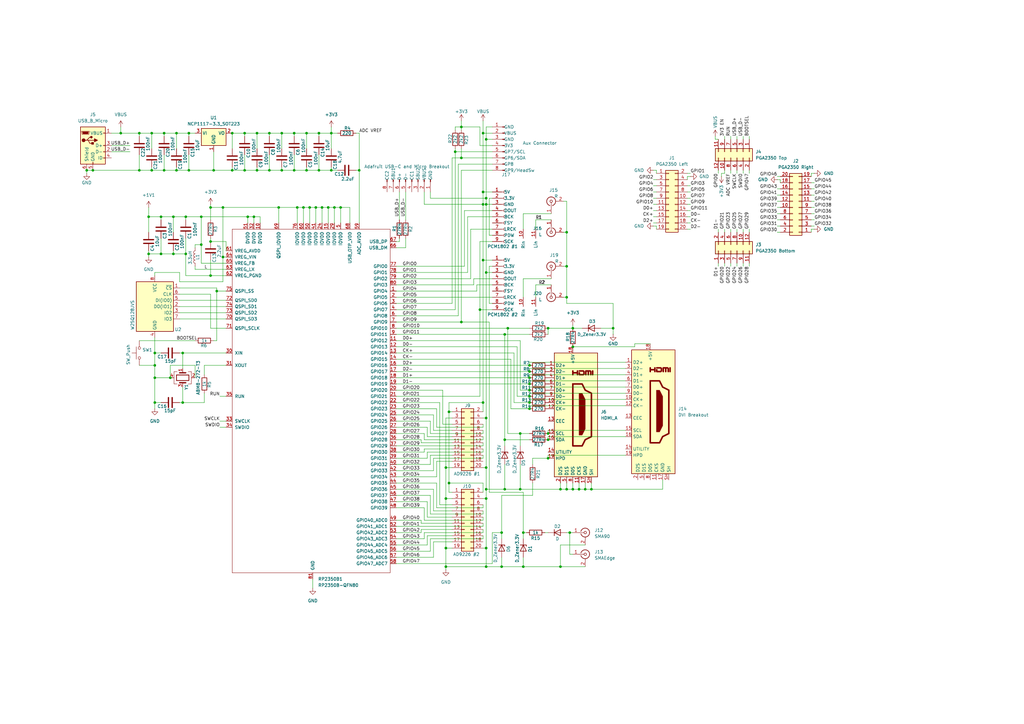
<source format=kicad_sch>
(kicad_sch (version 20231120) (generator "eeschema") (generator_version "8.0")
  (paper "A3")
  (junction (at 182.88 224.79))
  (junction (at 214.63 218.44))
  (junction (at 120.65 54.61))
  (junction (at 207.01 200.66))
  (junction (at 205.74 218.44))
  (junction (at 234.95 200.66))
  (junction (at 199.39 232.41))
  (junction (at 232.41 200.66))
  (junction (at 60.96 88.9))
  (junction (at 77.47 54.61))
  (junction (at 234.95 142.24))
  (junction (at 91.44 105.41))
  (junction (at 130.81 54.61))
  (junction (at 86.36 113.03))
  (junction (at 132.08 85.09))
  (junction (at 234.95 134.62))
  (junction (at 125.73 69.85))
  (junction (at 72.39 69.85))
  (junction (at 217.17 167.64))
  (junction (at 233.68 218.44))
  (junction (at 57.15 54.61))
  (junction (at 186.69 62.23))
  (junction (at 110.49 54.61))
  (junction (at 147.32 69.85))
  (junction (at 100.33 69.85))
  (junction (at 95.25 69.85))
  (junction (at 101.6 88.9))
  (junction (at 114.3 85.09))
  (junction (at 198.12 54.61))
  (junction (at 189.23 64.77))
  (junction (at 199.39 83.82))
  (junction (at 208.28 134.62))
  (junction (at 76.2 104.14))
  (junction (at 189.23 132.08))
  (junction (at 77.47 69.85))
  (junction (at 217.17 157.48))
  (junction (at 229.87 200.66))
  (junction (at 135.89 54.61))
  (junction (at 69.85 154.94))
  (junction (at 49.53 54.61))
  (junction (at 95.25 54.61))
  (junction (at 224.79 177.8))
  (junction (at 86.36 85.09))
  (junction (at 214.63 232.41))
  (junction (at 232.41 109.22))
  (junction (at 63.5 165.1))
  (junction (at 184.15 198.12))
  (junction (at 72.39 54.61))
  (junction (at 224.79 180.34))
  (junction (at 125.73 54.61))
  (junction (at 199.39 171.45))
  (junction (at 63.5 149.86))
  (junction (at 207.01 180.34))
  (junction (at 199.39 81.28))
  (junction (at 67.31 54.61))
  (junction (at 242.57 200.66))
  (junction (at 76.2 88.9))
  (junction (at 115.57 54.61))
  (junction (at 182.88 204.47))
  (junction (at 66.04 88.9))
  (junction (at 139.7 85.09))
  (junction (at 182.88 232.41))
  (junction (at 38.1 69.85))
  (junction (at 67.31 69.85))
  (junction (at 71.12 104.14))
  (junction (at 199.39 200.66))
  (junction (at 196.85 127))
  (junction (at 88.9 119.38))
  (junction (at 120.65 69.85))
  (junction (at 86.36 99.06))
  (junction (at 217.17 154.94))
  (junction (at 217.17 149.86))
  (junction (at 105.41 54.61))
  (junction (at 63.5 154.94))
  (junction (at 184.15 168.91))
  (junction (at 63.5 144.78))
  (junction (at 127 85.09))
  (junction (at 232.41 121.92))
  (junction (at 115.57 69.85))
  (junction (at 100.33 54.61))
  (junction (at 121.92 85.09))
  (junction (at 229.87 232.41))
  (junction (at 199.39 57.15))
  (junction (at 213.36 200.66))
  (junction (at 110.49 69.85))
  (junction (at 205.74 232.41))
  (junction (at 251.46 134.62))
  (junction (at 198.12 165.1))
  (junction (at 137.16 85.09))
  (junction (at 224.79 134.62))
  (junction (at 217.17 165.1))
  (junction (at 134.62 85.09))
  (junction (at 82.55 100.33))
  (junction (at 66.04 104.14))
  (junction (at 105.41 69.85))
  (junction (at 57.15 69.85))
  (junction (at 199.39 204.47))
  (junction (at 198.12 78.74))
  (junction (at 237.49 200.66))
  (junction (at 71.12 88.9))
  (junction (at 199.39 224.79))
  (junction (at 87.63 69.85))
  (junction (at 62.23 54.61))
  (junction (at 217.17 152.4))
  (junction (at 217.17 162.56))
  (junction (at 35.56 69.85))
  (junction (at 62.23 69.85))
  (junction (at 124.46 85.09))
  (junction (at 213.36 177.8))
  (junction (at 199.39 111.76))
  (junction (at 82.55 88.9))
  (junction (at 224.79 187.96))
  (junction (at 135.89 69.85))
  (junction (at 91.44 85.09))
  (junction (at 182.88 191.77))
  (junction (at 232.41 95.25))
  (junction (at 74.93 144.78))
  (junction (at 74.93 165.1))
  (junction (at 199.39 191.77))
  (junction (at 104.14 88.9))
  (junction (at 207.01 137.16))
  (junction (at 240.03 200.66))
  (junction (at 217.17 160.02))
  (junction (at 130.81 69.85))
  (junction (at 189.23 52.07))
  (junction (at 198.12 83.82))
  (junction (at 198.12 106.68))
  (junction (at 60.96 104.14))
  (junction (at 129.54 85.09))
  (wire (pts (xy 135.89 52.07) (xy 135.89 54.61)))
  (wire (pts (xy 299.72 69.85) (xy 299.72 71.12)))
  (wire (pts (xy 299.72 55.88) (xy 299.72 57.15)))
  (wire (pts (xy 110.49 54.61) (xy 115.57 54.61)))
  (wire (pts (xy 176.53 220.98) (xy 198.12 220.98)))
  (wire (pts (xy 83.82 165.1) (xy 74.93 165.1)))
  (wire (pts (xy 199.39 171.45) (xy 199.39 191.77)))
  (wire (pts (xy 234.95 200.66) (xy 232.41 200.66)))
  (wire (pts (xy 281.94 91.44) (xy 283.21 91.44)))
  (wire (pts (xy 86.36 99.06) (xy 92.71 99.06)))
  (wire (pts (xy 83.82 161.29) (xy 83.82 165.1)))
  (wire (pts (xy 177.8 222.25) (xy 177.8 228.6)))
  (wire (pts (xy 176.53 186.69) (xy 176.53 190.5)))
  (wire (pts (xy 125.73 68.58) (xy 125.73 69.85)))
  (wire (pts (xy 205.74 228.6) (xy 205.74 232.41)))
  (wire (pts (xy 110.49 63.5) (xy 110.49 69.85)))
  (wire (pts (xy 176.53 210.82) (xy 176.53 203.2)))
  (wire (pts (xy 196.85 59.69) (xy 201.93 59.69)))
  (wire (pts (xy 143.51 85.09) (xy 143.51 91.44)))
  (wire (pts (xy 110.49 54.61) (xy 110.49 55.88)))
  (wire (pts (xy 162.56 213.36) (xy 172.72 213.36)))
  (wire (pts (xy 166.37 97.79) (xy 166.37 101.6)))
  (wire (pts (xy 63.5 144.78) (xy 66.04 144.78)))
  (wire (pts (xy 162.56 226.06) (xy 176.53 226.06)))
  (wire (pts (xy 73.66 144.78) (xy 74.93 144.78)))
  (wire (pts (xy 67.31 54.61) (xy 67.31 55.88)))
  (wire (pts (xy 205.74 203.2) (xy 218.44 203.2)))
  (wire (pts (xy 73.66 130.81) (xy 92.71 130.81)))
  (wire (pts (xy 256.54 166.37) (xy 217.17 166.37)))
  (wire (pts (xy 231.14 82.55) (xy 232.41 82.55)))
  (wire (pts (xy 173.99 218.44) (xy 198.12 218.44)))
  (wire (pts (xy 256.54 156.21) (xy 217.17 156.21)))
  (wire (pts (xy 162.56 175.26) (xy 175.26 175.26)))
  (wire (pts (xy 332.74 90.17) (xy 334.01 90.17)))
  (wire (pts (xy 100.33 54.61) (xy 100.33 55.88)))
  (wire (pts (xy 190.5 86.36) (xy 201.93 86.36)))
  (wire (pts (xy 213.36 200.66) (xy 229.87 200.66)))
  (wire (pts (xy 182.88 191.77) (xy 182.88 171.45)))
  (wire (pts (xy 137.16 85.09) (xy 134.62 85.09)))
  (wire (pts (xy 332.74 93.98) (xy 334.01 93.98)))
  (wire (pts (xy 281.94 76.2) (xy 283.21 76.2)))
  (wire (pts (xy 106.68 91.44) (xy 106.68 88.9)))
  (wire (pts (xy 166.37 78.74) (xy 166.37 90.17)))
  (wire (pts (xy 104.14 88.9) (xy 104.14 91.44)))
  (wire (pts (xy 294.64 93.98) (xy 294.64 95.25)))
  (wire (pts (xy 86.36 90.17) (xy 86.36 85.09)))
  (wire (pts (xy 240.03 198.12) (xy 240.03 200.66)))
  (wire (pts (xy 86.36 99.06) (xy 86.36 97.79)))
  (wire (pts (xy 181.61 160.02) (xy 162.56 160.02)))
  (wire (pts (xy 201.93 109.22) (xy 200.66 109.22)))
  (wire (pts (xy 120.65 54.61) (xy 120.65 55.88)))
  (wire (pts (xy 72.39 54.61) (xy 77.47 54.61)))
  (wire (pts (xy 213.36 139.7) (xy 162.56 139.7)))
  (wire (pts (xy 114.3 85.09) (xy 121.92 85.09)))
  (wire (pts (xy 318.77 80.01) (xy 320.04 80.01)))
  (wire (pts (xy 232.41 121.92) (xy 231.14 121.92)))
  (wire (pts (xy 200.66 109.22) (xy 200.66 124.46)))
  (wire (pts (xy 124.46 85.09) (xy 124.46 91.44)))
  (wire (pts (xy 182.88 232.41) (xy 199.39 232.41)))
  (wire (pts (xy 332.74 80.01) (xy 334.01 80.01)))
  (wire (pts (xy 105.41 69.85) (xy 110.49 69.85)))
  (wire (pts (xy 198.12 204.47) (xy 199.39 204.47)))
  (wire (pts (xy 73.66 115.57) (xy 91.44 115.57)))
  (wire (pts (xy 302.26 107.95) (xy 302.26 109.22)))
  (wire (pts (xy 115.57 54.61) (xy 120.65 54.61)))
  (wire (pts (xy 214.63 87.63) (xy 214.63 93.98)))
  (wire (pts (xy 208.28 134.62) (xy 217.17 134.62)))
  (wire (pts (xy 130.81 54.61) (xy 135.89 54.61)))
  (wire (pts (xy 63.5 165.1) (xy 63.5 167.64)))
  (wire (pts (xy 139.7 85.09) (xy 137.16 85.09)))
  (wire (pts (xy 207.01 180.34) (xy 207.01 137.16)))
  (wire (pts (xy 185.42 217.17) (xy 172.72 217.17)))
  (wire (pts (xy 92.71 102.87) (xy 92.71 99.06)))
  (wire (pts (xy 217.17 163.83) (xy 217.17 165.1)))
  (wire (pts (xy 190.5 86.36) (xy 190.5 109.22)))
  (wire (pts (xy 90.17 162.56) (xy 92.71 162.56)))
  (wire (pts (xy 115.57 69.85) (xy 120.65 69.85)))
  (wire (pts (xy 185.42 124.46) (xy 185.42 64.77)))
  (wire (pts (xy 302.26 69.85) (xy 302.26 71.12)))
  (wire (pts (xy 199.39 171.45) (xy 199.39 111.76)))
  (wire (pts (xy 76.2 88.9) (xy 82.55 88.9)))
  (wire (pts (xy 256.54 151.13) (xy 217.17 151.13)))
  (wire (pts (xy 63.5 111.76) (xy 73.66 111.76)))
  (wire (pts (xy 184.15 165.1) (xy 198.12 165.1)))
  (wire (pts (xy 162.56 111.76) (xy 191.77 111.76)))
  (wire (pts (xy 297.18 69.85) (xy 297.18 71.12)))
  (wire (pts (xy 297.18 107.95) (xy 297.18 109.22)))
  (wire (pts (xy 71.12 88.9) (xy 76.2 88.9)))
  (wire (pts (xy 196.85 52.07) (xy 196.85 59.69)))
  (wire (pts (xy 186.69 60.96) (xy 186.69 62.23)))
  (wire (pts (xy 166.37 101.6) (xy 162.56 101.6)))
  (wire (pts (xy 199.39 204.47) (xy 199.39 224.79)))
  (wire (pts (xy 162.56 149.86) (xy 217.17 149.86)))
  (wire (pts (xy 175.26 212.09) (xy 185.42 212.09)))
  (wire (pts (xy 177.8 176.53) (xy 177.8 170.18)))
  (wire (pts (xy 213.36 177.8) (xy 213.36 182.88)))
  (wire (pts (xy 135.89 68.58) (xy 135.89 69.85)))
  (wire (pts (xy 198.12 54.61) (xy 201.93 54.61)))
  (wire (pts (xy 201.93 81.28) (xy 200.66 81.28)))
  (wire (pts (xy 86.36 134.62) (xy 92.71 134.62)))
  (wire (pts (xy 139.7 85.09) (xy 139.7 91.44)))
  (wire (pts (xy 176.53 177.8) (xy 176.53 172.72)))
  (wire (pts (xy 125.73 69.85) (xy 130.81 69.85)))
  (wire (pts (xy 191.77 88.9) (xy 191.77 111.76)))
  (wire (pts (xy 95.25 68.58) (xy 95.25 69.85)))
  (wire (pts (xy 57.15 63.5) (xy 57.15 69.85)))
  (wire (pts (xy 176.53 186.69) (xy 185.42 186.69)))
  (wire (pts (xy 110.49 69.85) (xy 115.57 69.85)))
  (wire (pts (xy 281.94 86.36) (xy 283.21 86.36)))
  (wire (pts (xy 283.21 81.28) (xy 281.94 81.28)))
  (wire (pts (xy 69.85 154.94) (xy 63.5 154.94)))
  (wire (pts (xy 223.52 218.44) (xy 224.79 218.44)))
  (wire (pts (xy 299.72 107.95) (xy 299.72 109.22)))
  (wire (pts (xy 176.53 220.98) (xy 176.53 226.06)))
  (wire (pts (xy 267.97 78.74) (xy 269.24 78.74)))
  (wire (pts (xy 186.69 53.34) (xy 186.69 52.07)))
  (wire (pts (xy 217.17 162.56) (xy 212.09 162.56)))
  (wire (pts (xy 199.39 83.82) (xy 199.39 111.76)))
  (wire (pts (xy 71.12 104.14) (xy 76.2 104.14)))
  (wire (pts (xy 62.23 69.85) (xy 67.31 69.85)))
  (wire (pts (xy 302.26 55.88) (xy 302.26 57.15)))
  (wire (pts (xy 57.15 149.86) (xy 63.5 149.86)))
  (wire (pts (xy 176.53 177.8) (xy 198.12 177.8)))
  (wire (pts (xy 173.99 218.44) (xy 173.99 220.98)))
  (wire (pts (xy 175.26 212.09) (xy 175.26 205.74)))
  (wire (pts (xy 318.77 87.63) (xy 320.04 87.63)))
  (wire (pts (xy 232.41 95.25) (xy 231.14 95.25)))
  (wire (pts (xy 162.56 231.14) (xy 201.93 231.14)))
  (wire (pts (xy 297.18 93.98) (xy 297.18 95.25)))
  (wire (pts (xy 86.36 113.03) (xy 92.71 113.03)))
  (wire (pts (xy 88.9 118.11) (xy 88.9 119.38)))
  (wire (pts (xy 198.12 191.77) (xy 199.39 191.77)))
  (wire (pts (xy 63.5 149.86) (xy 63.5 144.78)))
  (wire (pts (xy 92.71 110.49) (xy 80.01 110.49)))
  (wire (pts (xy 90.17 175.26) (xy 92.71 175.26)))
  (wire (pts (xy 185.42 207.01) (xy 180.34 207.01)))
  (wire (pts (xy 281.94 72.39) (xy 281.94 73.66)))
  (wire (pts (xy 67.31 69.85) (xy 72.39 69.85)))
  (wire (pts (xy 267.97 86.36) (xy 269.24 86.36)))
  (wire (pts (xy 307.34 55.88) (xy 307.34 57.15)))
  (wire (pts (xy 162.56 152.4) (xy 217.17 152.4)))
  (wire (pts (xy 332.74 87.63) (xy 334.01 87.63)))
  (wire (pts (xy 182.88 204.47) (xy 185.42 204.47)))
  (wire (pts (xy 281.94 72.39) (xy 283.21 72.39)))
  (wire (pts (xy 224.79 134.62) (xy 224.79 137.16)))
  (wire (pts (xy 135.89 69.85) (xy 138.43 69.85)))
  (wire (pts (xy 214.63 228.6) (xy 214.63 232.41)))
  (wire (pts (xy 80.01 101.6) (xy 80.01 100.33)))
  (wire (pts (xy 162.56 172.72) (xy 176.53 172.72)))
  (wire (pts (xy 179.07 175.26) (xy 198.12 175.26)))
  (wire (pts (xy 232.41 124.46) (xy 251.46 124.46)))
  (wire (pts (xy 185.42 179.07) (xy 175.26 179.07)))
  (wire (pts (xy 198.12 186.69) (xy 198.12 187.96)))
  (wire (pts (xy 217.17 167.64) (xy 209.55 167.64)))
  (wire (pts (xy 90.17 172.72) (xy 92.71 172.72)))
  (wire (pts (xy 147.32 69.85) (xy 146.05 69.85)))
  (wire (pts (xy 294.64 107.95) (xy 294.64 109.22)))
  (wire (pts (xy 217.17 161.29) (xy 217.17 162.56)))
  (wire (pts (xy 162.56 132.08) (xy 189.23 132.08)))
  (wire (pts (xy 162.56 208.28) (xy 173.99 208.28)))
  (wire (pts (xy 217.17 153.67) (xy 217.17 154.94)))
  (wire (pts (xy 100.33 54.61) (xy 105.41 54.61)))
  (wire (pts (xy 232.41 95.25) (xy 232.41 109.22)))
  (wire (pts (xy 162.56 193.04) (xy 177.8 193.04)))
  (wire (pts (xy 332.74 77.47) (xy 334.01 77.47)))
  (wire (pts (xy 198.12 168.91) (xy 198.12 165.1)))
  (wire (pts (xy 67.31 63.5) (xy 67.31 69.85)))
  (wire (pts (xy 199.39 57.15) (xy 199.39 81.28)))
  (wire (pts (xy 185.42 219.71) (xy 175.26 219.71)))
  (wire (pts (xy 86.36 85.09) (xy 91.44 85.09)))
  (wire (pts (xy 66.04 165.1) (xy 63.5 165.1)))
  (wire (pts (xy 177.8 228.6) (xy 162.56 228.6)))
  (wire (pts (xy 106.68 88.9) (xy 104.14 88.9)))
  (wire (pts (xy 214.63 201.93) (xy 214.63 218.44)))
  (wire (pts (xy 318.77 95.25) (xy 320.04 95.25)))
  (wire (pts (xy 207.01 180.34) (xy 217.17 180.34)))
  (wire (pts (xy 162.56 218.44) (xy 172.72 218.44)))
  (wire (pts (xy 173.99 220.98) (xy 162.56 220.98)))
  (wire (pts (xy 115.57 54.61) (xy 115.57 60.96)))
  (wire (pts (xy 87.63 69.85) (xy 95.25 69.85)))
  (wire (pts (xy 196.85 52.07) (xy 189.23 52.07)))
  (wire (pts (xy 134.62 85.09) (xy 132.08 85.09)))
  (wire (pts (xy 71.12 102.87) (xy 71.12 104.14)))
  (wire (pts (xy 318.77 92.71) (xy 320.04 92.71)))
  (wire (pts (xy 224.79 179.07) (xy 224.79 180.34)))
  (wire (pts (xy 199.39 200.66) (xy 199.39 204.47)))
  (wire (pts (xy 186.69 127) (xy 186.69 62.23)))
  (wire (pts (xy 224.79 186.69) (xy 224.79 187.96)))
  (wire (pts (xy 73.66 125.73) (xy 92.71 125.73)))
  (wire (pts (xy 57.15 139.7) (xy 80.01 139.7)))
  (wire (pts (xy 163.83 78.74) (xy 163.83 90.17)))
  (wire (pts (xy 198.12 54.61) (xy 198.12 78.74)))
  (wire (pts (xy 198.12 83.82) (xy 198.12 106.68)))
  (wire (pts (xy 185.42 214.63) (xy 172.72 214.63)))
  (wire (pts (xy 162.56 170.18) (xy 177.8 170.18)))
  (wire (pts (xy 180.34 207.01) (xy 180.34 165.1)))
  (wire (pts (xy 60.96 102.87) (xy 60.96 104.14)))
  (wire (pts (xy 195.58 116.84) (xy 201.93 116.84)))
  (wire (pts (xy 318.77 85.09) (xy 320.04 85.09)))
  (wire (pts (xy 91.44 85.09) (xy 91.44 105.41)))
  (wire (pts (xy 162.56 114.3) (xy 193.04 114.3)))
  (wire (pts (xy 162.56 129.54) (xy 187.96 129.54)))
  (wire (pts (xy 207.01 200.66) (xy 213.36 200.66)))
  (wire (pts (xy 332.74 93.98) (xy 332.74 95.25)))
  (wire (pts (xy 173.99 78.74) (xy 173.99 83.82)))
  (wire (pts (xy 172.72 181.61) (xy 172.72 180.34)))
  (wire (pts (xy 217.17 148.59) (xy 217.17 149.86)))
  (wire (pts (xy 91.44 105.41) (xy 91.44 115.57)))
  (wire (pts (xy 80.01 100.33) (xy 82.55 100.33)))
  (wire (pts (xy 217.17 166.37) (xy 217.17 167.64)))
  (wire (pts (xy 269.24 69.85) (xy 269.24 71.12)))
  (wire (pts (xy 234.95 200.66) (xy 237.49 200.66)))
  (wire (pts (xy 73.66 123.19) (xy 92.71 123.19)))
  (wire (pts (xy 177.8 187.96) (xy 177.8 193.04)))
  (wire (pts (xy 199.39 52.07) (xy 199.39 57.15)))
  (wire (pts (xy 307.34 107.95) (xy 307.34 109.22)))
  (wire (pts (xy 162.56 190.5) (xy 176.53 190.5)))
  (wire (pts (xy 137.16 85.09) (xy 137.16 91.44)))
  (wire (pts (xy 76.2 104.14) (xy 76.2 113.03)))
  (wire (pts (xy 201.93 218.44) (xy 205.74 218.44)))
  (wire (pts (xy 120.65 69.85) (xy 125.73 69.85)))
  (wire (pts (xy 105.41 54.61) (xy 105.41 60.96)))
  (wire (pts (xy 95.25 54.61) (xy 100.33 54.61)))
  (wire (pts (xy 134.62 85.09) (xy 134.62 91.44)))
  (wire (pts (xy 162.56 187.96) (xy 175.26 187.96)))
  (wire (pts (xy 200.66 81.28) (xy 200.66 96.52)))
  (wire (pts (xy 233.68 218.44) (xy 233.68 227.33)))
  (wire (pts (xy 182.88 232.41) (xy 182.88 233.68)))
  (wire (pts (xy 318.77 82.55) (xy 320.04 82.55)))
  (wire (pts (xy 194.31 114.3) (xy 194.31 116.84)))
  (wire (pts (xy 332.74 71.12) (xy 332.74 72.39)))
  (wire (pts (xy 125.73 54.61) (xy 125.73 60.96)))
  (wire (pts (xy 162.56 215.9) (xy 198.12 215.9)))
  (wire (pts (xy 198.12 78.74) (xy 198.12 83.82)))
  (wire (pts (xy 233.68 218.44) (xy 234.95 218.44)))
  (wire (pts (xy 240.03 232.41) (xy 229.87 232.41)))
  (wire (pts (xy 73.66 165.1) (xy 74.93 165.1)))
  (wire (pts (xy 62.23 68.58) (xy 62.23 69.85)))
  (wire (pts (xy 232.41 200.66) (xy 229.87 200.66)))
  (wire (pts (xy 260.35 142.24) (xy 234.95 142.24)))
  (wire (pts (xy 229.87 223.52) (xy 240.03 223.52)))
  (wire (pts (xy 251.46 134.62) (xy 251.46 124.46)))
  (wire (pts (xy 214.63 218.44) (xy 214.63 220.98)))
  (wire (pts (xy 182.88 224.79) (xy 185.42 224.79)))
  (wire (pts (xy 201.93 69.85) (xy 189.23 69.85)))
  (wire (pts (xy 267.97 73.66) (xy 269.24 73.66)))
  (wire (pts (xy 162.56 121.92) (xy 201.93 121.92)))
  (wire (pts (xy 162.56 203.2) (xy 176.53 203.2)))
  (wire (pts (xy 179.07 208.28) (xy 198.12 208.28)))
  (wire (pts (xy 201.93 62.23) (xy 186.69 62.23)))
  (wire (pts (xy 60.96 95.25) (xy 60.96 88.9)))
  (wire (pts (xy 87.63 62.23) (xy 87.63 69.85)))
  (wire (pts (xy 214.63 232.41) (xy 229.87 232.41)))
  (wire (pts (xy 198.12 173.99) (xy 198.12 175.26)))
  (wire (pts (xy 127 85.09) (xy 124.46 85.09)))
  (wire (pts (xy 205.74 232.41) (xy 214.63 232.41)))
  (wire (pts (xy 88.9 139.7) (xy 87.63 139.7)))
  (wire (pts (xy 176.53 210.82) (xy 198.12 210.82)))
  (wire (pts (xy 234.95 134.62) (xy 238.76 134.62)))
  (wire (pts (xy 332.74 82.55) (xy 334.01 82.55)))
  (wire (pts (xy 187.96 67.31) (xy 187.96 129.54)))
  (wire (pts (xy 217.17 156.21) (xy 217.17 157.48)))
  (wire (pts (xy 200.66 132.08) (xy 200.66 201.93)))
  (wire (pts (xy 45.72 54.61) (xy 49.53 54.61)))
  (wire (pts (xy 100.33 69.85) (xy 105.41 69.85)))
  (wire (pts (xy 162.56 154.94) (xy 217.17 154.94)))
  (wire (pts (xy 86.36 83.82) (xy 86.36 85.09)))
  (wire (pts (xy 162.56 195.58) (xy 179.07 195.58)))
  (wire (pts (xy 281.94 93.98) (xy 283.21 93.98)))
  (wire (pts (xy 120.65 63.5) (xy 120.65 69.85)))
  (wire (pts (xy 82.55 107.95) (xy 92.71 107.95)))
  (wire (pts (xy 162.56 124.46) (xy 185.42 124.46)))
  (wire (pts (xy 200.66 124.46) (xy 201.93 124.46)))
  (wire (pts (xy 242.57 200.66) (xy 242.57 198.12)))
  (wire (pts (xy 207.01 137.16) (xy 217.17 137.16)))
  (wire (pts (xy 234.95 227.33) (xy 233.68 227.33)))
  (wire (pts (xy 60.96 105.41) (xy 60.96 104.14)))
  (wire (pts (xy 101.6 88.9) (xy 101.6 91.44)))
  (wire (pts (xy 74.93 165.1) (xy 74.93 158.75)))
  (wire (pts (xy 256.54 148.59) (xy 217.17 148.59)))
  (wire (pts (xy 256.54 153.67) (xy 217.17 153.67)))
  (wire (pts (xy 35.56 71.12) (xy 35.56 69.85)))
  (wire (pts (xy 318.77 73.66) (xy 320.04 73.66)))
  (wire (pts (xy 198.12 214.63) (xy 198.12 215.9)))
  (wire (pts (xy 198.12 181.61) (xy 198.12 182.88)))
  (wire (pts (xy 307.34 69.85) (xy 307.34 71.12)))
  (wire (pts (xy 95.25 69.85) (xy 100.33 69.85)))
  (wire (pts (xy 219.71 90.17) (xy 226.06 90.17)))
  (wire (pts (xy 175.26 185.42) (xy 175.26 187.96)))
  (wire (pts (xy 173.99 83.82) (xy 198.12 83.82)))
  (wire (pts (xy 163.83 97.79) (xy 163.83 99.06)))
  (wire (pts (xy 209.55 167.64) (xy 209.55 147.32)))
  (wire (pts (xy 162.56 205.74) (xy 175.26 205.74)))
  (wire (pts (xy 195.58 116.84) (xy 195.58 119.38)))
  (wire (pts (xy 232.41 82.55) (xy 232.41 95.25)))
  (wire (pts (xy 199.39 111.76) (xy 201.93 111.76)))
  (wire (pts (xy 201.93 67.31) (xy 187.96 67.31)))
  (wire (pts (xy 100.33 63.5) (xy 100.33 69.85)))
  (wire (pts (xy 114.3 85.09) (xy 114.3 91.44)))
  (wire (pts (xy 189.23 60.96) (xy 189.23 64.77)))
  (wire (pts (xy 80.01 149.86) (xy 69.85 149.86)))
  (wire (pts (xy 162.56 180.34) (xy 172.72 180.34)))
  (wire (pts (xy 76.2 88.9) (xy 76.2 90.17)))
  (wire (pts (xy 281.94 83.82) (xy 283.21 83.82)))
  (wire (pts (xy 130.81 69.85) (xy 135.89 69.85)))
  (wire (pts (xy 269.24 92.71) (xy 269.24 93.98)))
  (wire (pts (xy 199.39 191.77) (xy 199.39 200.66)))
  (wire (pts (xy 176.53 81.28) (xy 199.39 81.28)))
  (wire (pts (xy 332.74 71.12) (xy 334.01 71.12)))
  (wire (pts (xy 177.8 209.55) (xy 185.42 209.55)))
  (wire (pts (xy 201.93 99.06) (xy 196.85 99.06)))
  (wire (pts (xy 232.41 109.22) (xy 232.41 121.92)))
  (wire (pts (xy 224.79 134.62) (xy 234.95 134.62)))
  (wire (pts (xy 72.39 69.85) (xy 77.47 69.85)))
  (wire (pts (xy 318.77 90.17) (xy 320.04 90.17)))
  (wire (pts (xy 210.82 165.1) (xy 210.82 144.78)))
  (wire (pts (xy 177.8 209.55) (xy 177.8 200.66)))
  (wire (pts (xy 200.66 201.93) (xy 214.63 201.93)))
  (wire (pts (xy 184.15 198.12) (xy 184.15 201.93)))
  (wire (pts (xy 127 85.09) (xy 127 91.44)))
  (wire (pts (xy 267.97 92.71) (xy 269.24 92.71)))
  (wire (pts (xy 271.78 196.85) (xy 271.78 200.66)))
  (wire (pts (xy 205.74 203.2) (xy 205.74 218.44)))
  (wire (pts (xy 184.15 198.12) (xy 198.12 198.12)))
  (wire (pts (xy 213.36 177.8) (xy 217.17 177.8)))
  (wire (pts (xy 218.44 187.96) (xy 218.44 190.5)))
  (wire (pts (xy 177.8 222.25) (xy 185.42 222.25)))
  (wire (pts (xy 213.36 160.02) (xy 213.36 139.7)))
  (wire (pts (xy 232.41 218.44) (xy 233.68 218.44)))
  (wire (pts (xy 66.04 90.17) (xy 66.04 88.9)))
  (wire (pts (xy 104.14 88.9) (xy 101.6 88.9)))
  (wire (pts (xy 162.56 127) (xy 186.69 127)))
  (wire (pts (xy 214.63 114.3) (xy 226.06 114.3)))
  (wire (pts (xy 256.54 158.75) (xy 217.17 158.75)))
  (wire (pts (xy 302.26 93.98) (xy 302.26 95.25)))
  (wire (pts (xy 66.04 97.79) (xy 66.04 104.14)))
  (wire (pts (xy 256.54 176.53) (xy 224.79 176.53)))
  (wire (pts (xy 162.56 134.62) (xy 208.28 134.62)))
  (wire (pts (xy 69.85 149.86) (xy 69.85 154.94)))
  (wire (pts (xy 193.04 93.98) (xy 193.04 114.3)))
  (wire (pts (xy 182.88 224.79) (xy 182.88 232.41)))
  (wire (pts (xy 121.92 85.09) (xy 121.92 91.44)))
  (wire (pts (xy 267.97 76.2) (xy 269.24 76.2)))
  (wire (pts (xy 201.93 106.68) (xy 198.12 106.68)))
  (wire (pts (xy 224.79 176.53) (xy 224.79 177.8)))
  (wire (pts (xy 208.28 177.8) (xy 213.36 177.8)))
  (wire (pts (xy 201.93 64.77) (xy 189.23 64.77)))
  (wire (pts (xy 219.71 116.84) (xy 226.06 116.84)))
  (wire (pts (xy 62.23 54.61) (xy 67.31 54.61)))
  (wire (pts (xy 207.01 180.34) (xy 207.01 182.88)))
  (wire (pts (xy 267.97 88.9) (xy 269.24 88.9)))
  (wire (pts (xy 224.79 187.96) (xy 218.44 187.96)))
  (wire (pts (xy 318.77 72.39) (xy 320.04 72.39)))
  (wire (pts (xy 181.61 160.02) (xy 181.61 173.99)))
  (wire (pts (xy 198.12 209.55) (xy 198.12 210.82)))
  (wire (pts (xy 281.94 88.9) (xy 283.21 88.9)))
  (wire (pts (xy 76.2 97.79) (xy 76.2 104.14)))
  (wire (pts (xy 82.55 100.33) (xy 82.55 107.95)))
  (wire (pts (xy 189.23 132.08) (xy 200.66 132.08)))
  (wire (pts (xy 135.89 54.61) (xy 138.43 54.61)))
  (wire (pts (xy 234.95 198.12) (xy 234.95 200.66)))
  (wire (pts (xy 271.78 200.66) (xy 242.57 200.66)))
  (wire (pts (xy 182.88 204.47) (xy 182.88 191.77)))
  (wire (pts (xy 201.93 231.14) (xy 201.93 218.44)))
  (wire (pts (xy 229.87 198.12) (xy 229.87 200.66)))
  (wire (pts (xy 214.63 218.44) (xy 215.9 218.44)))
  (wire (pts (xy 332.74 92.71) (xy 334.01 92.71)))
  (wire (pts (xy 91.44 85.09) (xy 114.3 85.09)))
  (wire (pts (xy 135.89 54.61) (xy 135.89 60.96)))
  (wire (pts (xy 72.39 68.58) (xy 72.39 69.85)))
  (wire (pts (xy 179.07 208.28) (xy 179.07 198.12)))
  (wire (pts (xy 198.12 179.07) (xy 198.12 180.34)))
  (wire (pts (xy 95.25 54.61) (xy 95.25 60.96)))
  (wire (pts (xy 256.54 179.07) (xy 224.79 179.07)))
  (wire (pts (xy 189.23 69.85) (xy 189.23 132.08)))
  (wire (pts (xy 77.47 63.5) (xy 77.47 69.85)))
  (wire (pts (xy 77.47 54.61) (xy 80.01 54.61)))
  (wire (pts (xy 294.64 71.12) (xy 294.64 69.85)))
  (wire (pts (xy 88.9 119.38) (xy 92.71 119.38)))
  (wire (pts (xy 186.69 52.07) (xy 189.23 52.07)))
  (wire (pts (xy 232.41 198.12) (xy 232.41 200.66)))
  (wire (pts (xy 74.93 144.78) (xy 92.71 144.78)))
  (wire (pts (xy 92.71 105.41) (xy 91.44 105.41)))
  (wire (pts (xy 179.07 189.23) (xy 179.07 195.58)))
  (wire (pts (xy 251.46 137.16) (xy 251.46 134.62)))
  (wire (pts (xy 198.12 184.15) (xy 198.12 185.42)))
  (wire (pts (xy 240.03 200.66) (xy 242.57 200.66)))
  (wire (pts (xy 49.53 52.07) (xy 49.53 54.61)))
  (wire (pts (xy 57.15 54.61) (xy 62.23 54.61)))
  (wire (pts (xy 297.18 55.88) (xy 297.18 57.15)))
  (wire (pts (xy 67.31 54.61) (xy 72.39 54.61)))
  (wire (pts (xy 212.09 162.56) (xy 212.09 142.24)))
  (wire (pts (xy 198.12 176.53) (xy 198.12 177.8)))
  (wire (pts (xy 73.66 118.11) (xy 88.9 118.11)))
  (wire (pts (xy 201.93 83.82) (xy 199.39 83.82)))
  (wire (pts (xy 213.36 190.5) (xy 213.36 200.66)))
  (wire (pts (xy 199.39 232.41) (xy 205.74 232.41)))
  (wire (pts (xy 267.97 83.82) (xy 269.24 83.82)))
  (wire (pts (xy 173.99 184.15) (xy 173.99 185.42)))
  (wire (pts (xy 66.04 88.9) (xy 71.12 88.9)))
  (wire (pts (xy 162.56 137.16) (xy 207.01 137.16)))
  (wire (pts (xy 177.8 176.53) (xy 185.42 176.53)))
  (wire (pts (xy 74.93 144.78) (xy 74.93 151.13)))
  (wire (pts (xy 299.72 93.98) (xy 299.72 95.25)))
  (wire (pts (xy 182.88 171.45) (xy 185.42 171.45)))
  (wire (pts (xy 175.26 185.42) (xy 198.12 185.42)))
  (wire (pts (xy 162.56 119.38) (xy 195.58 119.38)))
  (wire (pts (xy 92.71 149.86) (xy 83.82 149.86)))
  (wire (pts (xy 57.15 54.61) (xy 57.15 55.88)))
  (wire (pts (xy 71.12 104.14) (xy 66.04 104.14)))
  (wire (pts (xy 307.34 93.98) (xy 307.34 95.25)))
  (wire (pts (xy 260.35 140.97) (xy 260.35 142.24)))
  (wire (pts (xy 175.26 179.07) (xy 175.26 175.26)))
  (wire (pts (xy 218.44 198.12) (xy 218.44 203.2)))
  (wire (pts (xy 175.26 219.71) (xy 175.26 223.52)))
  (wire (pts (xy 82.55 88.9) (xy 101.6 88.9)))
  (wire (pts (xy 172.72 214.63) (xy 172.72 213.36)))
  (wire (pts (xy 147.32 54.61) (xy 147.32 69.85)))
  (wire (pts (xy 199.39 200.66) (xy 207.01 200.66)))
  (wire (pts (xy 207.01 190.5) (xy 207.01 200.66)))
  (wire (pts (xy 293.37 55.88) (xy 293.37 57.15)))
  (wire (pts (xy 196.85 127) (xy 201.93 127)))
  (wire (pts (xy 86.36 120.65) (xy 86.36 134.62)))
  (wire (pts (xy 83.82 149.86) (xy 83.82 153.67)))
  (wire (pts (xy 185.42 64.77) (xy 189.23 64.77)))
  (wire (pts (xy 189.23 49.53) (xy 189.23 52.07)))
  (wire (pts (xy 217.17 158.75) (xy 217.17 160.02)))
  (wire (pts (xy 129.54 85.09) (xy 129.54 91.44)))
  (wire (pts (xy 198.12 224.79) (xy 199.39 224.79)))
  (wire (pts (xy 80.01 110.49) (xy 80.01 109.22)))
  (wire (pts (xy 198.12 217.17) (xy 198.12 218.44)))
  (wire (pts (xy 49.53 54.61) (xy 57.15 54.61)))
  (wire (pts (xy 198.12 180.34) (xy 173.99 180.34)))
  (wire (pts (xy 120.65 54.61) (xy 125.73 54.61)))
  (wire (pts (xy 177.8 187.96) (xy 198.12 187.96)))
  (wire (pts (xy 256.54 161.29) (xy 217.17 161.29)))
  (wire (pts (xy 184.15 165.1) (xy 184.15 168.91)))
  (wire (pts (xy 193.04 93.98) (xy 201.93 93.98)))
  (wire (pts (xy 205.74 218.44) (xy 205.74 220.98)))
  (wire (pts (xy 162.56 182.88) (xy 198.12 182.88)))
  (wire (pts (xy 162.56 223.52) (xy 175.26 223.52)))
  (wire (pts (xy 194.31 114.3) (xy 201.93 114.3)))
  (wire (pts (xy 77.47 69.85) (xy 87.63 69.85)))
  (wire (pts (xy 198.12 49.53) (xy 198.12 54.61)))
  (wire (pts (xy 229.87 223.52) (xy 229.87 232.41)))
  (wire (pts (xy 217.17 151.13) (xy 217.17 152.4)))
  (wire (pts (xy 293.37 57.15) (xy 294.64 57.15)))
  (wire (pts (xy 63.5 138.43) (xy 63.5 144.78)))
  (wire (pts (xy 86.36 106.68) (xy 86.36 113.03)))
  (wire (pts (xy 146.05 54.61) (xy 147.32 54.61)))
  (wire (pts (xy 196.85 99.06) (xy 196.85 127)))
  (wire (pts (xy 198.12 201.93) (xy 198.12 198.12)))
  (wire (pts (xy 179.07 189.23) (xy 185.42 189.23)))
  (wire (pts (xy 214.63 87.63) (xy 226.06 87.63)))
  (wire (pts (xy 182.88 224.79) (xy 182.88 204.47)))
  (wire (pts (xy 231.14 109.22) (xy 232.41 109.22)))
  (wire (pts (xy 173.99 213.36) (xy 173.99 208.28)))
  (wire (pts (xy 198.12 207.01) (xy 198.12 208.28)))
  (wire (pts (xy 219.71 116.84) (xy 219.71 121.92)))
  (wire (pts (xy 182.88 191.77) (xy 185.42 191.77)))
  (wire (pts (xy 73.66 120.65) (xy 86.36 120.65)))
  (wire (pts (xy 198.12 212.09) (xy 198.12 213.36)))
  (wire (pts (xy 199.39 224.79) (xy 199.39 232.41)))
  (wire (pts (xy 304.8 93.98) (xy 304.8 95.25)))
  (wire (pts (xy 62.23 54.61) (xy 62.23 60.96)))
  (wire (pts (xy 212.09 142.24) (xy 162.56 142.24)))
  (wire (pts (xy 267.97 81.28) (xy 269.24 81.28)))
  (wire (pts (xy 173.99 184.15) (xy 185.42 184.15)))
  (wire (pts (xy 162.56 200.66) (xy 177.8 200.66)))
  (wire (pts (xy 162.56 185.42) (xy 173.99 185.42)))
  (wire (pts (xy 132.08 85.09) (xy 129.54 85.09)))
  (wire (pts (xy 267.97 91.44) (xy 269.24 91.44)))
  (wire (pts (xy 125.73 54.61) (xy 130.81 54.61)))
  (wire (pts (xy 198.12 106.68) (xy 198.12 165.1)))
  (wire (pts (xy 88.9 139.7) (xy 88.9 119.38)))
  (wire (pts (xy 139.7 85.09) (xy 143.51 85.09)))
  (wire (pts (xy 267.97 69.85) (xy 269.24 69.85)))
  (wire (pts (xy 237.49 200.66) (xy 240.03 200.66)))
  (wire (pts (xy 217.17 160.02) (xy 213.36 160.02)))
  (wire (pts (xy 63.5 165.1) (xy 63.5 154.94)))
  (wire (pts (xy 318.77 77.47) (xy 320.04 77.47)))
  (wire (pts (xy 147.32 69.85) (xy 147.32 91.44)))
  (wire (pts (xy 128.27 237.49) (xy 128.27 241.3)))
  (wire (pts (xy 173.99 180.34) (xy 173.99 177.8)))
  (wire (pts (xy 199.39 81.28) (xy 199.39 83.82)))
  (wire (pts (xy 162.56 167.64) (xy 179.07 167.64)))
  (wire (pts (xy 320.04 73.66) (xy 320.04 74.93)))
  (wire (pts (xy 189.23 53.34) (xy 189.23 52.07)))
  (wire (pts (xy 199.39 57.15) (xy 201.93 57.15)))
  (wire (pts (xy 332.74 74.93) (xy 334.01 74.93)))
  (wire (pts (xy 73.66 128.27) (xy 92.71 128.27)))
  (wire (pts (xy 232.41 124.46) (xy 232.41 121.92)))
  (wire (pts (xy 198.12 219.71) (xy 198.12 220.98)))
  (wire (pts (xy 200.66 96.52) (xy 201.93 96.52)))
  (wire (pts (xy 162.56 162.56) (xy 196.85 162.56)))
  (wire (pts (xy 105.41 68.58) (xy 105.41 69.85)))
  (wire (pts (xy 172.72 217.17) (xy 172.72 218.44)))
  (wire (pts (xy 256.54 163.83) (xy 217.17 163.83)))
  (wire (pts (xy 208.28 177.8) (xy 208.28 134.62)))
  (wire (pts (xy 198.12 171.45) (xy 199.39 171.45)))
  (wire (pts (xy 209.55 147.32) (xy 162.56 147.32)))
  (wire (pts (xy 71.12 88.9) (xy 71.12 95.25)))
  (wire (pts (xy 179.07 175.26) (xy 179.07 167.64)))
  (wire (pts (xy 283.21 71.12) (xy 281.94 71.12)))
  (wire (pts (xy 38.1 69.85) (xy 57.15 69.85)))
  (wire (pts (xy 35.56 69.85) (xy 38.1 69.85)))
  (wire (pts (xy 132.08 85.09) (xy 132.08 91.44)))
  (wire (pts (xy 60.96 104.14) (xy 66.04 104.14)))
  (wire (pts (xy 196.85 127) (xy 196.85 162.56)))
  (wire (pts (xy 162.56 165.1) (xy 180.34 165.1)))
  (wire (pts (xy 105.41 54.61) (xy 110.49 54.61)))
  (wire (pts (xy 60.96 88.9) (xy 66.04 88.9)))
  (wire (pts (xy 185.42 181.61) (xy 172.72 181.61)))
  (wire (pts (xy 80.01 154.94) (xy 80.01 149.86)))
  (wire (pts (xy 304.8 69.85) (xy 304.8 71.12)))
  (wire (pts (xy 162.56 157.48) (xy 217.17 157.48)))
  (wire (pts (xy 234.95 133.35) (xy 234.95 134.62)))
  (wire (pts (xy 115.57 68.58) (xy 115.57 69.85)))
  (wire (pts (xy 162.56 109.22) (xy 190.5 109.22)))
  (wire (pts (xy 191.77 88.9) (xy 201.93 88.9)))
  (wire (pts (xy 181.61 173.99) (xy 185.42 173.99)))
  (wire (pts (xy 73.66 111.76) (xy 73.66 115.57)))
  (wire (pts (xy 129.54 85.09) (xy 127 85.09)))
  (wire (pts (xy 163.83 99.06) (xy 162.56 99.06)))
  (wire (pts (xy 304.8 55.88) (xy 304.8 57.15)))
  (wire (pts (xy 162.56 116.84) (xy 194.31 116.84)))
  (wire (pts (xy 266.7 140.97) (xy 260.35 140.97)))
  (wire (pts (xy 77.47 54.61) (xy 77.47 55.88)))
  (wire (pts (xy 217.17 165.1) (xy 210.82 165.1)))
  (wire (pts (xy 63.5 154.94) (xy 63.5 149.86)))
  (wire (pts (xy 124.46 85.09) (xy 121.92 85.09)))
  (wire (pts (xy 63.5 113.03) (xy 63.5 111.76)))
  (wire (pts (xy 173.99 213.36) (xy 198.12 213.36)))
  (wire (pts (xy 219.71 90.17) (xy 219.71 93.98)))
  (wire (pts (xy 184.15 168.91) (xy 184.15 198.12)))
  (wire (pts (xy 45.72 62.23) (xy 53.34 62.23)))
  (wire (pts (xy 256.54 186.69) (xy 224.79 186.69)))
  (wire (pts (xy 332.74 85.09) (xy 334.01 85.09)))
  (wire (pts (xy 130.81 54.61) (xy 130.81 55.88)))
  (wire (pts (xy 82.55 88.9) (xy 82.55 100.33)))
  (wire (pts (xy 304.8 107.95) (xy 304.8 109.22)))
  (wire (pts (xy 72.39 54.61) (xy 72.39 60.96)))
  (wire (pts (xy 251.46 134.62) (xy 246.38 134.62)))
  (wire (pts (xy 130.81 63.5) (xy 130.81 69.85)))
  (wire (pts (xy 162.56 198.12) (xy 179.07 198.12)))
  (wire (pts (xy 45.72 59.69) (xy 53.34 59.69)))
  (wire (pts (xy 295.91 71.12) (xy 295.91 72.39)))
  (wire (pts (xy 214.63 114.3) (xy 214.63 121.92)))
  (wire (pts (xy 210.82 144.78) (xy 162.56 144.78)))
  (wire (pts (xy 281.94 78.74) (xy 283.21 78.74)))
  (wire (pts (xy 297.18 71.12) (xy 295.91 71.12)))
  (wire (pts (xy 173.99 177.8) (xy 162.56 177.8)))
  (wire (pts (xy 237.49 198.12) (xy 237.49 200.66)))
  (wire (pts (xy 176.53 78.74) (xy 176.53 81.28)))
  (wire (pts (xy 57.15 69.85) (xy 62.23 69.85)))
  (wire (pts (xy 185.42 201.93) (xy 184.15 201.93)))
  (wire (pts (xy 184.15 168.91) (xy 185.42 168.91)))
  (wire (pts (xy 198.12 78.74) (xy 201.93 78.74)))
  (wire (pts (xy 60.96 85.09) (xy 60.96 88.9)))
  (wire (pts (xy 199.39 52.07) (xy 201.93 52.07)))
  (wire (pts (xy 76.2 113.03) (xy 86.36 113.03)))
  (label "D0+" (at 267.97 86.36 180))
  (label "CK+" (at 267.97 88.9 180))
  (label "GPIO6" (at 165.1 124.46 0))
  (label "GPIO39" (at 318.77 82.55 180))
  (label "GPIO33" (at 165.1 193.04 0))
  (label "GPIO10" (at 165.1 134.62 0))
  (label "GPIO43" (at 165.1 220.98 0))
  (label "GPIO25" (at 165.1 172.72 0))
  (label "D1-" (at 165.1 157.48 0))
  (label "GPIO5" (at 165.1 121.92 0))
  (label "GPIO24" (at 302.26 109.22 270))
  (label "GPIO4" (at 165.1 119.38 0))
  (label "GPIO0" (at 165.1 109.22 0))
  (label "RUN" (at 90.17 162.56 180))
  (label "GPIO22" (at 299.72 109.22 270))
  (label "GPIO22" (at 165.1 165.1 0))
  (label "D2-" (at 165.1 152.4 0))
  (label "GPIO31" (at 165.1 187.96 0))
  (label "GPIO37" (at 165.1 203.2 0))
  (label "GPIO10" (at 267.97 83.82 180))
  (label "USB_D-" (at 304.8 55.88 90))
  (label "GPIO8" (at 267.97 81.28 180))
  (label "GPIO30" (at 318.77 95.25 180))
  (label "GPIO36" (at 334.01 87.63 0))
  (label "GPIO9" (at 283.21 83.82 0))
  (label "SWCLK" (at 90.17 172.72 180))
  (label "GPIO32" (at 334.01 92.71 0))
  (label "USB_D+" (at 163.83 88.9 90))
  (label "GPIO1" (at 283.21 71.12 0))
  (label "GPIO45" (at 165.1 226.06 0))
  (label "GPIO29" (at 307.34 93.98 90))
  (label "GPIO21" (at 165.1 162.56 0))
  (label "GPIO26" (at 304.8 109.22 270))
  (label "CK+" (at 165.1 144.78 0))
  (label "GPIO38" (at 334.01 85.09 0))
  (label "GPIO39" (at 165.1 208.28 0))
  (label "GPIO9" (at 165.1 132.08 0))
  (label "GPIO24" (at 165.1 170.18 0))
  (label "GPIO41" (at 318.77 80.01 180))
  (label "GPIO29" (at 165.1 182.88 0))
  (label "GPIO20" (at 165.1 160.02 0))
  (label "GPIO46" (at 318.77 72.39 180))
  (label "GPIO36" (at 165.1 200.66 0))
  (label "D2-" (at 283.21 93.98 0))
  (label "L" (at 83.82 110.49 0))
  (label "GPIO45" (at 334.01 74.93 0))
  (label "BOOTSEL" (at 72.39 139.7 0))
  (label "GPIO0" (at 294.64 71.12 270))
  (label "GPIO7" (at 283.21 81.28 0))
  (label "GPIO42" (at 165.1 218.44 0))
  (label "GPIO27" (at 165.1 177.8 0))
  (label "GPIO32" (at 165.1 190.5 0))
  (label "GPIO44" (at 165.1 223.52 0))
  (label "GPIO8" (at 165.1 129.54 0))
  (label "GPIO1" (at 165.1 111.76 0))
  (label "GPIO3" (at 165.1 116.84 0))
  (label "GPIO21" (at 297.18 93.98 90))
  (label "GPIO2" (at 267.97 73.66 180))
  (label "GPIO23" (at 165.1 167.64 0))
  (label "GPIO11" (at 165.1 137.16 0))
  (label "GPIO30" (at 165.1 185.42 0))
  (label "GPIO46" (at 165.1 228.6 0))
  (label "GPIO28" (at 307.34 109.22 270))
  (label "D1-" (at 294.64 93.98 90))
  (label "D0-" (at 283.21 88.9 0))
  (label "GPIO28" (at 165.1 180.34 0))
  (label "GPIO47" (at 307.34 71.12 270))
  (label "CK-" (at 165.1 147.32 0))
  (label "GPIO40" (at 334.01 82.55 0))
  (label "BOOTSEL" (at 307.34 55.88 90))
  (label "GPIO6" (at 267.97 78.74 180))
  (label "GPIO40" (at 165.1 213.36 0))
  (label "CK-" (at 283.21 91.44 0))
  (label "GPIO3" (at 283.21 76.2 0))
  (label "R1" (at 219.71 90.17 0))
  (label "D1+" (at 294.64 109.22 270))
  (label "GPIO41" (at 165.1 215.9 0))
  (label "R2" (at 220.98 116.84 0))
  (label "GPIO43" (at 318.77 77.47 180))
  (label "D0+" (at 165.1 139.7 0))
  (label "GPIO38" (at 165.1 205.74 0))
  (label "USB_D-" (at 53.34 62.23 180))
  (label "GPIO44" (at 334.01 77.47 0))
  (label "USB_D-" (at 166.37 88.9 90))
  (label "USB_D+" (at 53.34 59.69 180))
  (label "GPIO27" (at 304.8 93.98 90))
  (label "GPIO34" (at 334.01 90.17 0))
  (label "SWCLK" (at 302.26 71.12 270))
  (label "L2" (at 220.98 116.84 0))
  (label "GPIO25" (at 302.26 93.98 90))
  (label "D2+" (at 165.1 149.86 0))
  (label "GPIO37" (at 318.77 85.09 180))
  (label "GPIO47" (at 165.1 231.14 0))
  (label "SWDIO" (at 304.8 71.12 270))
  (label "ADC VREF" (at 299.72 71.12 270))
  (label "GPIO11" (at 283.21 86.36 0))
  (label "GPIO34" (at 165.1 195.58 0))
  (label "GPIO7" (at 165.1 127 0))
  (label "ADC VREF" (at 147.32 54.61 0))
  (label "D0-" (at 165.1 142.24 0))
  (label "GPIO33" (at 318.77 90.17 180))
  (label "USB_D+" (at 302.26 55.88 90))
  (label "GPIO31" (at 318.77 92.71 180))
  (label "GPIO35" (at 165.1 198.12 0))
  (label "GPIO26" (at 165.1 175.26 0))
  (label "GPIO20" (at 297.18 109.22 270))
  (label "L1" (at 219.71 90.17 0))
  (label "SWDIO" (at 90.17 175.26 180))
  (label "GPIO42" (at 334.01 80.01 0))
  (label "GPIO4" (at 267.97 76.2 180))
  (label "GPIO23" (at 299.72 93.98 90))
  (label "GPIO35" (at 318.77 87.63 180))
  (label "GPIO5" (at 283.21 78.74 0))
  (label "D1+" (at 165.1 154.94 0))
  (label "D2+" (at 267.97 91.44 180))
  (label "RUN" (at 299.72 55.88 90))
  (label "3V3 EN" (at 297.18 55.88 90))
  (label "GPIO2" (at 165.1 114.3 0))
  (symbol (lib_id "power:GND") (at 318.77 73.66 270) (unit 1)
    (property "Reference" "#PWR07" (effects (hide yes)))
    (property "Value" "GND" (at 314.96 73.6599 90) (effects (justify right)))
    (property "Description" "Power symbol creates a global label with name \"GND\" , ground" (effects (hide yes)))
  )
  (symbol (lib_id "power:VBUS") (at 198.12 49.53 0) (unit 1)
    (property "Reference" "#PWR018" (effects (hide yes)))
    (property "Value" "VBUS" (at 198.12 45.72 0))
    (property "Description" "Power symbol creates a global label with name \"VBUS\"" (effects (hide yes)))
  )
  (symbol (lib_id "Connector_Generic:Conn_02x10_Odd_Even") (at 190.5 179.07 0) (unit 1)
    (property "Reference" "J9" (at 191.77 166.37 0))
    (property "Value" "AD9226 #1" (at 191.516 194.31 0))
    (property "Footprint" "Custom Kicad Footprints:AD9226 PCB" (effects (hide yes)))
    (property "Description" "Generic connector, double row, 02x10, odd/even pin numbering scheme (row 1 odd numbers, row 2 even numbers), script generated (kicad-library-utils/schlib/autogen/connector/)" (effects (hide yes)))
  )
  (symbol (lib_id "Connector:HDMI_A") (at 234.95 170.18 0) (unit 1)
    (property "Reference" "J6" (at 246.38 168.9099 0) (effects (justify left)))
    (property "Value" "HDMI_A" (at 246.38 171.4499 0) (effects (justify left)))
    (property "Footprint" "Connector_Video:HDMI_A_Molex_208658-1001_Horizontal" (effects (hide yes)))
    (property "Datasheet" "https://en.wikipedia.org/wiki/HDMI" (effects (hide yes)))
    (property "Description" "HDMI type A connector" (effects (hide yes)))
  )
  (symbol (lib_id "power:VBUS") (at 49.53 52.07 0) (unit 1)
    (property "Reference" "#PWR015" (effects (hide yes)))
    (property "Value" "VBUS" (at 49.53 46.99 0))
    (property "Description" "Power symbol creates a global label with name \"VBUS\"" (effects (hide yes)))
  )
  (symbol (lib_id "Device:D") (at 228.6 218.44 0) (unit 1)
    (property "Reference" "D2" (at 228.6 215.9 0))
    (property "Value" "D" (at 228.6 220.98 0))
    (property "Footprint" "Diode_SMD:D_SOD-123" (effects (hide yes)))
    (property "Sim.Device" "D" (effects (hide yes)))
    (property "Sim.Pins" "1=K 2=A" (effects (hide yes)))
  )
  (symbol (lib_id "Device:C") (at 135.89 64.77 0) (unit 1)
    (property "Reference" "C18" (at 137.414 69.596 90) (effects (justify left)))
    (property "Value" "4.7uF" (at 139.446 67.056 90) (effects (justify left)))
    (property "Footprint" "Capacitor_SMD:C_0805_2012Metric_Pad1.18x1.45mm_HandSolder" (effects (hide yes)))
    (property "Description" "Unpolarized capacitor" (effects (hide yes)))
  )
  (symbol (lib_id "Device:D_Zener") (at 207.01 186.69 270) (unit 1)
    (property "Reference" "D4" (at 208.28 188.468 0) (effects (justify left)))
    (property "Value" "D_Zener3.3V" (at 204.724 182.372 0) (effects (justify left)))
    (property "Footprint" "Diode_SMD:D_SOD-123" (effects (hide yes)))
  )
  (symbol (lib_id "Device:R") (at 189.23 57.15 0) (unit 1)
    (property "Reference" "R23" (at 191.262 57.404 90))
    (property "Value" "2k2" (at 189.23 57.15 90))
    (property "Footprint" "Resistor_SMD:R_0402_1005Metric_Pad0.72x0.64mm_HandSolder" (effects (hide yes)))
    (property "Description" "Resistor" (effects (hide yes)))
  )
  (symbol (lib_id "Device:R") (at 220.98 162.56 90) (unit 1)
    (property "Reference" "R12" (at 215.9 161.544 90))
    (property "Value" "270" (at 220.98 162.56 90))
    (property "Footprint" "Resistor_SMD:R_0402_1005Metric_Pad0.72x0.64mm_HandSolder" (effects (hide yes)))
    (property "Description" "Resistor" (effects (hide yes)))
  )
  (symbol (lib_id "Device:C") (at 69.85 165.1 90) (unit 1)
    (property "Reference" "C16" (at 64.516 166.624 90) (effects (justify right)))
    (property "Value" "15pF" (at 67.31 168.402 90) (effects (justify right)))
    (property "Footprint" "Capacitor_SMD:C_0402_1005Metric_Pad0.74x0.62mm_HandSolder" (effects (hide yes)))
    (property "Description" "Unpolarized capacitor" (effects (hide yes)))
  )
  (symbol (lib_id "Device:Crystal_GND24") (at 74.93 154.94 270) (unit 1)
    (property "Reference" "Y1" (at 76.454 158.75 0))
    (property "Value" "ABM8-272-T3" (at 81.28 154.94 0))
    (property "Footprint" "Crystal:Crystal_SMD_Abracon_ABM8G-4Pin_3.2x2.5mm" (effects (hide yes)))
    (property "Description" "Four pin crystal, GND on pins 2 and 4" (effects (hide yes)))
  )
  (symbol (lib_id "Device:R") (at 220.98 157.48 90) (unit 1)
    (property "Reference" "R10" (at 215.9 156.464 90))
    (property "Value" "270" (at 220.98 157.48 90))
    (property "Footprint" "Resistor_SMD:R_0402_1005Metric_Pad0.72x0.64mm_HandSolder" (effects (hide yes)))
    (property "Description" "Resistor" (effects (hide yes)))
  )
  (symbol (lib_id "power:+3.3V") (at 295.91 72.39 180) (unit 1)
    (property "Reference" "#PWR010" (effects (hide yes)))
    (property "Value" "+3V3" (at 295.91 78.486 90))
    (property "Description" "Power symbol creates a global label with name \"+3.3V\"" (effects (hide yes)))
  )
  (symbol (lib_id "Device:D_Zener") (at 213.36 186.69 270) (unit 1)
    (property "Reference" "D5" (at 214.63 188.468 0) (effects (justify left)))
    (property "Value" "D_Zener3.3V" (at 211.074 182.372 0) (effects (justify left)))
    (property "Footprint" "Diode_SMD:D_SOD-123" (effects (hide yes)))
  )
  (symbol (lib_id "Device:R") (at 220.98 154.94 90) (unit 1)
    (property "Reference" "R9" (at 215.9 153.924 90))
    (property "Value" "270" (at 220.98 154.94 90))
    (property "Footprint" "Resistor_SMD:R_0402_1005Metric_Pad0.72x0.64mm_HandSolder" (effects (hide yes)))
    (property "Description" "Resistor" (effects (hide yes)))
  )
  (symbol (lib_id "Connector:Conn_Coaxial") (at 226.06 82.55 90) (unit 1)
    (property "Reference" "J15" (at 228.854 77.978 90) (effects (justify left)))
    (property "Value" "R" (at 228.854 80.518 90) (effects (justify left)))
    (property "Footprint" "RCJ-047:CUI_RCJ-047" (effects (hide yes)))
    (property "Description" "coaxial connector (BNC, SMA, SMB, SMC, Cinch/RCA, LEMO, ...)" (effects (hide yes)))
  )
  (symbol (lib_id "Device:C") (at 100.33 59.69 0) (unit 1)
    (property "Reference" "C10" (at 101.854 64.77 90) (effects (justify left)))
    (property "Value" "100nF" (at 104.14 62.738 90) (effects (justify left)))
    (property "Footprint" "Capacitor_SMD:C_0402_1005Metric_Pad0.74x0.62mm_HandSolder" (effects (hide yes)))
    (property "Description" "Unpolarized capacitor" (effects (hide yes)))
  )
  (symbol (lib_id "Connector_Generic:Conn_02x10_Odd_Even") (at 190.5 212.09 0) (unit 1)
    (property "Reference" "J10" (at 191.516 199.39 0))
    (property "Value" "AD9226 #2" (at 191.262 227.33 0))
    (property "Footprint" "Custom Kicad Footprints:AD9226 PCB" (effects (hide yes)))
    (property "Description" "Generic connector, double row, 02x10, odd/even pin numbering scheme (row 1 odd numbers, row 2 even numbers), script generated (kicad-library-utils/schlib/autogen/connector/)" (effects (hide yes)))
  )
  (symbol (lib_id "power:GND") (at 35.56 71.12 0) (unit 1)
    (property "Reference" "#PWR013" (effects (hide yes)))
    (property "Value" "GND" (at 35.56 74.93 0))
    (property "Description" "Power symbol creates a global label with name \"GND\" , ground" (effects (hide yes)))
  )
  (symbol (lib_id "power:GND") (at 63.5 167.64 0) (unit 1)
    (property "Reference" "#PWR016" (effects (hide yes)))
    (property "Value" "GND" (at 63.5 172.72 0))
    (property "Description" "Power symbol creates a global label with name \"GND\" , ground" (effects (hide yes)))
  )
  (symbol (lib_id "power:+3.3V") (at 135.89 52.07 0) (unit 1)
    (property "Reference" "#PWR09" (effects (hide yes)))
    (property "Value" "+3V3" (at 135.89 46.99 0))
    (property "Description" "Power symbol creates a global label with name \"+3.3V\"" (effects (hide yes)))
  )
  (symbol (lib_id "Device:R") (at 220.98 177.8 90) (unit 1)
    (property "Reference" "R16" (at 221.234 175.768 90))
    (property "Value" "27R4" (at 220.98 177.8 90))
    (property "Footprint" "Resistor_SMD:R_0402_1005Metric_Pad0.72x0.64mm_HandSolder" (effects (hide yes)))
    (property "Description" "Resistor" (effects (hide yes)))
  )
  (symbol (lib_id "power:GND") (at 334.01 93.98 90) (unit 1)
    (property "Reference" "#PWR05" (effects (hide yes)))
    (property "Value" "GND" (at 337.82 93.98 90) (effects (justify right)))
    (property "Description" "Power symbol creates a global label with name \"GND\" , ground" (effects (hide yes)))
  )
  (symbol (lib_id "power:GND") (at 283.21 72.39 90) (unit 1)
    (property "Reference" "#PWR02" (effects (hide yes)))
    (property "Value" "GND" (at 286.766 72.39 90) (effects (justify right)))
    (property "Description" "Power symbol creates a global label with name \"GND\" , ground" (effects (hide yes)))
  )
  (symbol (lib_id "Connector_Generic:Conn_02x06_Odd_Even") (at 302.26 62.23 270) (unit 1)
    (property "Reference" "J4" (at 309.88 62.2299 90) (effects (justify left)))
    (property "Value" "PGA2350 Top" (at 309.88 64.7699 90) (effects (justify left)))
    (property "Footprint" "Connector_PinHeader_2.54mm:PinHeader_2x06_P2.54mm_Vertical" (effects (hide yes)))
    (property "Description" "Generic connector, double row, 02x06, odd/even pin numbering scheme (row 1 odd numbers, row 2 even numbers), script generated (kicad-library-utils/schlib/autogen/connector/)" (effects (hide yes)))
  )
  (symbol (lib_id "Device:D_Zener") (at 214.63 224.79 270) (unit 1)
    (property "Reference" "D1" (at 217.424 223.774 0) (effects (justify left)))
    (property "Value" "D_Zener3.3V" (at 212.09 218.948 0) (effects (justify left)))
    (property "Footprint" "Diode_SMD:D_SOD-123" (effects (hide yes)))
  )
  (symbol (lib_id "Device:R") (at 220.98 180.34 90) (unit 1)
    (property "Reference" "R17" (at 220.98 182.372 90))
    (property "Value" "27R4" (at 220.98 180.34 90))
    (property "Footprint" "Resistor_SMD:R_0402_1005Metric_Pad0.72x0.64mm_HandSolder" (effects (hide yes)))
    (property "Description" "Resistor" (effects (hide yes)))
  )
  (symbol (lib_id "Device:R") (at 219.71 218.44 270) (unit 1)
    (property "Reference" "R15" (at 217.678 220.726 90) (effects (justify left)))
    (property "Value" "1k" (at 218.44 218.44 90) (effects (justify left)))
    (property "Footprint" "Resistor_SMD:R_0805_2012Metric_Pad1.20x1.40mm_HandSolder" (effects (hide yes)))
  )
  (symbol (lib_name "Conn_01x08_Pin_1") (lib_id "Connector:Conn_01x08_Pin") (at 207.01 59.69 0) (mirror y) (unit 1)
    (property "Reference" "J17" (at 205.74 71.628 0) (effects (justify right)))
    (property "Value" "Aux Connector" (at 214.376 58.674 0) (effects (justify right)))
    (property "Footprint" "Connector_PinHeader_2.54mm:PinHeader_1x08_P2.54mm_Vertical" (effects (hide yes)))
    (property "Description" "Generic connector, single row, 01x08, script generated" (effects (hide yes)))
  )
  (symbol (lib_id "power:+1V1") (at 60.96 85.09 0) (unit 1)
    (property "Reference" "#PWR011" (effects (hide yes)))
    (property "Value" "+1V1" (at 60.96 80.01 0))
    (property "Description" "Power symbol creates a global label with name \"+1V1\"" (effects (hide yes)))
  )
  (symbol (lib_id "Device:R") (at 218.44 194.31 0) (unit 1)
    (property "Reference" "R21" (at 220.726 196.342 90) (effects (justify left)))
    (property "Value" "27R4" (at 218.44 196.85 90) (effects (justify left)))
    (property "Footprint" "Resistor_SMD:R_0402_1005Metric_Pad0.72x0.64mm_HandSolder" (effects (hide yes)))
  )
  (symbol (lib_id "Connector:HDMI_A") (at 266.7 168.91 0) (unit 1)
    (property "Reference" "J14" (at 278.13 167.6399 0) (effects (justify left)))
    (property "Value" "DVI Breakout" (at 278.13 170.1799 0) (effects (justify left)))
    (property "Footprint" "Custom Kicad Footprints:Adafruit DVI Breakout" (effects (hide yes)))
    (property "Datasheet" "https://en.wikipedia.org/wiki/HDMI" (effects (hide yes)))
    (property "Description" "HDMI type A connector" (effects (hide yes)))
  )
  (symbol (lib_id "Device:R") (at 166.37 93.98 180) (unit 1)
    (property "Reference" "R2" (at 168.402 93.98 90))
    (property "Value" "27R4" (at 166.37 93.98 90))
    (property "Footprint" "Resistor_SMD:R_0402_1005Metric_Pad0.72x0.64mm_HandSolder" (effects (hide yes)))
    (property "Description" "Resistor" (effects (hide yes)))
  )
  (symbol (lib_id "power:GND") (at 60.96 105.41 0) (unit 1)
    (property "Reference" "#PWR08" (effects (hide yes)))
    (property "Value" "GND" (at 60.96 110.49 0))
    (property "Description" "Power symbol creates a global label with name \"GND\" , ground" (effects (hide yes)))
  )
  (symbol (lib_id "Regulator_Linear:NCP1117-3.3_SOT223") (at 87.63 54.61 0) (unit 1)
    (property "Reference" "U1" (at 87.63 48.26 0))
    (property "Value" "NCP1117-3.3_SOT223" (at 87.63 50.8 0))
    (property "Footprint" "Package_TO_SOT_SMD:SOT-223-3_TabPin2" (effects (hide yes)))
    (property "Datasheet" "http://www.onsemi.com/pub_link/Collateral/NCP1117-D.PDF" (effects (hide yes)))
    (property "Description" "1A Low drop-out regulator, Fixed Output 3.3V, SOT-223" (effects (hide yes)))
  )
  (symbol (lib_id "Connector:Conn_Coaxial") (at 226.06 95.25 90) (mirror x) (unit 1)
    (property "Reference" "J16" (at 222.25 93.6624 90) (effects (justify left)))
    (property "Value" "L" (at 222.25 96.2024 90) (effects (justify left)))
    (property "Footprint" "RCJ-047:CUI_RCJ-047" (effects (hide yes)))
    (property "Description" "coaxial connector (BNC, SMA, SMB, SMC, Cinch/RCA, LEMO, ...)" (effects (hide yes)))
  )
  (symbol (lib_id "Device:C") (at 60.96 99.06 0) (unit 1)
    (property "Reference" "C4" (at 62.484 103.124 90) (effects (justify left)))
    (property "Value" "10uF" (at 64.516 101.346 90) (effects (justify left)))
    (property "Footprint" "Capacitor_SMD:C_0805_2012Metric_Pad1.18x1.45mm_HandSolder" (effects (hide yes)))
    (property "Description" "Unpolarized capacitor" (effects (hide yes)))
  )
  (symbol (lib_id "power:+3.3V") (at 86.36 83.82 0) (unit 1)
    (property "Reference" "#PWR012" (effects (hide yes)))
    (property "Value" "+3V3" (at 86.36 78.74 0))
    (property "Description" "Power symbol creates a global label with name \"+3.3V\"" (effects (hide yes)))
  )
  (symbol (lib_id "Switch:SW_Push") (at 57.15 144.78 90) (unit 1)
    (property "Reference" "SW1" (at 58.42 143.5099 90) (effects (justify right)))
    (property "Value" "SW_Push" (at 52.578 141.224 0) (effects (justify right)))
    (property "Footprint" "Button_Switch_THT:SW_Tactile_SPST_Angled_PTS645Vx58-2LFS" (effects (hide yes)))
    (property "Description" "Push button switch, generic, two pins" (effects (hide yes)))
  )
  (symbol (lib_id "Device:R") (at 83.82 139.7 270) (unit 1)
    (property "Reference" "R6" (at 83.566 141.732 90))
    (property "Value" "1k" (at 83.82 139.7 90))
    (property "Footprint" "Resistor_SMD:R_0402_1005Metric_Pad0.72x0.64mm_HandSolder" (effects (hide yes)))
    (property "Description" "Resistor" (effects (hide yes)))
  )
  (symbol (lib_id "power:GND") (at 334.01 71.12 90) (unit 1)
    (property "Reference" "#PWR06" (effects (hide yes)))
    (property "Value" "GND" (at 337.82 71.1199 90) (effects (justify right)))
    (property "Description" "Power symbol creates a global label with name \"GND\" , ground" (effects (hide yes)))
  )
  (symbol (lib_id "power:GND") (at 267.97 69.85 270) (unit 1)
    (property "Reference" "#PWR03" (effects (hide yes)))
    (property "Value" "GND" (at 264.16 69.8499 90) (effects (justify right)))
    (property "Description" "Power symbol creates a global label with name \"GND\" , ground" (effects (hide yes)))
  )
  (symbol (lib_id "Connector:USB_B_Micro") (at 38.1 59.69 0) (unit 1)
    (property "Reference" "J5" (at 38.1 46.99 0))
    (property "Value" "USB_B_Micro" (at 38.1 49.53 0))
    (property "Footprint" "Connector_USB:USB_Micro-B_Wuerth_629105150521_CircularHoles" (effects (hide yes)))
    (property "Description" "USB Micro Type B connector" (effects (hide yes)))
  )
  (symbol (lib_id "Device:C") (at 125.73 64.77 0) (unit 1)
    (property "Reference" "C5" (at 127.254 68.834 90) (effects (justify left)))
    (property "Value" "100nF" (at 129.54 67.818 90) (effects (justify left)))
    (property "Footprint" "Capacitor_SMD:C_0402_1005Metric_Pad0.74x0.62mm_HandSolder" (effects (hide yes)))
    (property "Description" "Unpolarized capacitor" (effects (hide yes)))
  )
  (symbol (lib_id "Device:C") (at 66.04 93.98 0) (unit 1)
    (property "Reference" "C3" (at 67.564 98.044 90) (effects (justify left)))
    (property "Value" "100nF" (at 69.85 97.028 90) (effects (justify left)))
    (property "Footprint" "Capacitor_SMD:C_0402_1005Metric_Pad0.74x0.62mm_HandSolder" (effects (hide yes)))
    (property "Description" "Unpolarized capacitor" (effects (hide yes)))
  )
  (symbol (lib_id "Device:C") (at 69.85 144.78 270) (unit 1)
    (property "Reference" "C17" (at 64.516 146.304 90) (effects (justify left)))
    (property "Value" "15pF" (at 67.564 148.082 90) (effects (justify left)))
    (property "Footprint" "Capacitor_SMD:C_0402_1005Metric_Pad0.74x0.62mm_HandSolder" (effects (hide yes)))
    (property "Description" "Unpolarized capacitor" (effects (hide yes)))
  )
  (symbol (lib_id "Device:R") (at 220.98 134.62 90) (unit 1)
    (property "Reference" "R19" (at 221.234 132.588 90))
    (property "Value" "2k2" (at 220.98 134.62 90))
    (property "Footprint" "Resistor_SMD:R_0402_1005Metric_Pad0.72x0.64mm_HandSolder" (effects (hide yes)))
    (property "Description" "Resistor" (effects (hide yes)))
  )
  (symbol (lib_id "Device:C") (at 67.31 59.69 0) (unit 1)
    (property "Reference" "C20" (at 68.834 64.516 90) (effects (justify left)))
    (property "Value" "100nF" (at 70.866 61.976 90) (effects (justify left)))
    (property "Footprint" "Capacitor_SMD:C_0805_2012Metric_Pad1.18x1.45mm_HandSolder" (effects (hide yes)))
    (property "Description" "Unpolarized capacitor" (effects (hide yes)))
  )
  (symbol (lib_id "Connector_Generic:Conn_02x06_Odd_Even") (at 299.72 102.87 90) (unit 1)
    (property "Reference" "J3" (at 309.88 100.3299 90) (effects (justify right)))
    (property "Value" "PGA2350 Bottom" (at 309.88 102.8699 90) (effects (justify right)))
    (property "Footprint" "Connector_PinHeader_2.54mm:PinHeader_2x06_P2.54mm_Vertical" (effects (hide yes)))
    (property "Description" "Generic connector, double row, 02x06, odd/even pin numbering scheme (row 1 odd numbers, row 2 even numbers), script generated (kicad-library-utils/schlib/autogen/connector/)" (effects (hide yes)))
  )
  (symbol (lib_id "Device:C") (at 72.39 64.77 0) (unit 1)
    (property "Reference" "C19" (at 73.914 69.596 90) (effects (justify left)))
    (property "Value" "100nF" (at 75.946 67.056 90) (effects (justify left)))
    (property "Footprint" "Capacitor_SMD:C_0805_2012Metric_Pad1.18x1.45mm_HandSolder" (effects (hide yes)))
    (property "Description" "Unpolarized capacitor" (effects (hide yes)))
  )
  (symbol (lib_id "power:VBUS") (at 293.37 55.88 0) (unit 1)
    (property "Reference" "#PWR014" (effects (hide yes)))
    (property "Value" "VBUS" (at 293.37 50.038 90))
    (property "Description" "Power symbol creates a global label with name \"VBUS\"" (effects (hide yes)))
  )
  (symbol (lib_id "Device:R") (at 186.69 57.15 180) (unit 1)
    (property "Reference" "R22" (at 184.658 56.896 90))
    (property "Value" "2k2" (at 186.69 57.15 90))
    (property "Footprint" "Resistor_SMD:R_0402_1005Metric_Pad0.72x0.64mm_HandSolder" (effects (hide yes)))
    (property "Description" "Resistor" (effects (hide yes)))
  )
  (symbol (lib_id "Memory_Flash:W25Q128JVS") (at 63.5 125.73 0) (mirror y) (unit 1)
    (property "Reference" "U2" (at 74.422 135.128 0) (effects (justify left)))
    (property "Value" "W25Q128JVS" (at 54.356 135.382 90) (effects (justify left)))
    (property "Footprint" "Package_SO:SOIC-8_5.23x5.23mm_P1.27mm" (effects (hide yes)))
    (property "Datasheet" "https://www.winbond.com/resource-files/w25q128jv_dtr%20revc%2003272018%20plus.pdf" (effects (hide yes)))
    (property "Description" "128Mb Serial Flash Memory, Standard/Dual/Quad SPI, SOIC-8" (effects (hide yes)))
  )
  (symbol (lib_id "Connector:Conn_Coaxial") (at 226.06 109.22 90) (unit 1)
    (property "Reference" "J19" (at 229.108 104.648 90) (effects (justify left)))
    (property "Value" "R" (at 229.108 107.188 90) (effects (justify left)))
    (property "Footprint" "RCJ-047:CUI_RCJ-047" (effects (hide yes)))
    (property "Description" "coaxial connector (BNC, SMA, SMB, SMC, Cinch/RCA, LEMO, ...)" (effects (hide yes)))
  )
  (symbol (lib_id "Device:D_Zener") (at 242.57 134.62 0) (unit 1)
    (property "Reference" "D3" (at 241.554 131.826 0) (effects (justify left)))
    (property "Value" "D_Zener3.3V" (at 236.728 137.16 0) (effects (justify left)))
    (property "Footprint" "Diode_SMD:D_SOD-123" (effects (hide yes)))
  )
  (symbol (lib_id "power:GND") (at 267.97 92.71 270) (unit 1)
    (property "Reference" "#PWR04" (effects (hide yes)))
    (property "Value" "GND" (at 264.16 92.7099 90) (effects (justify right)))
    (property "Description" "Power symbol creates a global label with name \"GND\" , ground" (effects (hide yes)))
  )
  (symbol (lib_id "power:+3.3V") (at 189.23 49.53 0) (unit 1)
    (property "Reference" "#PWR021" (effects (hide yes)))
    (property "Value" "+3V3" (at 189.23 45.72 0))
    (property "Description" "Power symbol creates a global label with name \"+3.3V\"" (effects (hide yes)))
  )
  (symbol (lib_id "Device:R") (at 220.98 149.86 90) (unit 1)
    (property "Reference" "R7" (at 215.9 148.844 90))
    (property "Value" "270" (at 220.98 149.86 90))
    (property "Footprint" "Resistor_SMD:R_0402_1005Metric_Pad0.72x0.64mm_HandSolder" (effects (hide yes)))
    (property "Description" "Resistor" (effects (hide yes)))
  )
  (symbol (lib_id "Device:C") (at 71.12 99.06 0) (unit 1)
    (property "Reference" "C2" (at 72.644 102.87 90) (effects (justify left)))
    (property "Value" "100nF" (at 74.676 102.108 90) (effects (justify left)))
    (property "Footprint" "Capacitor_SMD:C_0402_1005Metric_Pad0.74x0.62mm_HandSolder" (effects (hide yes)))
    (property "Description" "Unpolarized capacitor" (effects (hide yes)))
  )
  (symbol (lib_id "Connector_Generic:Conn_02x10_Odd_Even") (at 327.66 85.09 180) (unit 1)
    (property "Reference" "J2" (at 326.39 66.04 0))
    (property "Value" "PGA2350 Right" (at 326.39 68.58 0))
    (property "Footprint" "Connector_PinHeader_2.54mm:PinHeader_2x10_P2.54mm_Vertical" (effects (hide yes)))
    (property "Description" "Generic connector, double row, 02x10, odd/even pin numbering scheme (row 1 odd numbers, row 2 even numbers), script generated (kicad-library-utils/schlib/autogen/connector/)" (effects (hide yes)))
  )
  (symbol (lib_id "Device:R") (at 142.24 54.61 90) (unit 1)
    (property "Reference" "R4" (at 142.494 52.578 90))
    (property "Value" "220" (at 142.24 54.61 90))
    (property "Footprint" "Resistor_SMD:R_0402_1005Metric_Pad0.72x0.64mm_HandSolder" (effects (hide yes)))
    (property "Description" "Resistor" (effects (hide yes)))
  )
  (symbol (lib_id "Device:C") (at 130.81 59.69 0) (unit 1)
    (property "Reference" "C14" (at 132.334 64.516 90) (effects (justify left)))
    (property "Value" "10uF" (at 134.366 61.976 90) (effects (justify left)))
    (property "Footprint" "Capacitor_SMD:C_0805_2012Metric_Pad1.18x1.45mm_HandSolder" (effects (hide yes)))
    (property "Description" "Unpolarized capacitor" (effects (hide yes)))
  )
  (symbol (lib_id "Device:D_Zener") (at 205.74 224.79 270) (unit 1)
    (property "Reference" "D6" (at 208.534 223.774 0) (effects (justify left)))
    (property "Value" "D_Zener3.3V" (at 203.2 218.948 0) (effects (justify left)))
    (property "Footprint" "Diode_SMD:D_SOD-123" (effects (hide yes)))
  )
  (symbol (lib_id "Device:R") (at 220.98 165.1 90) (unit 1)
    (property "Reference" "R13" (at 215.9 164.084 90))
    (property "Value" "270" (at 220.98 165.1 90))
    (property "Footprint" "Resistor_SMD:R_0402_1005Metric_Pad0.72x0.64mm_HandSolder" (effects (hide yes)))
    (property "Description" "Resistor" (effects (hide yes)))
  )
  (symbol (lib_id "Device:C") (at 86.36 102.87 0) (unit 1)
    (property "Reference" "C13" (at 87.884 107.696 90) (effects (justify left)))
    (property "Value" "2.2uF" (at 89.916 105.664 90) (effects (justify left)))
    (property "Footprint" "Capacitor_SMD:C_0603_1608Metric_Pad1.08x0.95mm_HandSolder" (effects (hide yes)))
    (property "Description" "Unpolarized capacitor" (effects (hide yes)))
  )
  (symbol (lib_id "Connector:Conn_01x08_Pin") (at 168.91 73.66 270) (unit 1)
    (property "Reference" "J11" (effects (hide yes)))
    (property "Value" "Adafruit USB-C and Micro Breakout" (at 166.878 68.326 90))
    (property "Footprint" "Custom Kicad Footprints:Adafruit USB C and Micro Breakout" (effects (hide yes)))
    (property "Description" "Generic connector, single row, 01x08, script generated" (effects (hide yes)))
  )
  (symbol (lib_id "Device:R") (at 86.36 93.98 180) (unit 1)
    (property "Reference" "R3" (at 88.392 93.98 90))
    (property "Value" "27R4" (at 86.36 93.98 90))
    (property "Footprint" "Resistor_SMD:R_0402_1005Metric_Pad0.72x0.64mm_HandSolder" (effects (hide yes)))
    (property "Description" "Resistor" (effects (hide yes)))
  )
  (symbol (lib_id "Connector:Conn_01x09_Socket") (at 207.01 116.84 0) (unit 1)
    (property "Reference" "J8" (effects (hide yes)))
    (property "Value" "PCM1802 #2" (at 199.898 129.032 0) (effects (justify left)))
    (property "Footprint" "Custom Kicad Footprints:PCM1802 PCB" (effects (hide yes)))
    (property "Description" "Generic connector, single row, 01x09, script generated" (effects (hide yes)))
  )
  (symbol (lib_id "Device:L") (at 80.01 105.41 180) (unit 1)
    (property "Reference" "L1" (at 81.026 105.41 90))
    (property "Value" "3.3uH" (at 77.978 105.664 90))
    (property "Footprint" "Inductor_SMD:L_TDK_MLZ2012_h1.25mm" (effects (hide yes)))
    (property "Description" "Inductor" (effects (hide yes)))
  )
  (symbol (lib_id "Device:C") (at 62.23 64.77 0) (unit 1)
    (property "Reference" "C21" (at 63.754 69.596 90) (effects (justify left)))
    (property "Value" "100nF" (at 65.786 67.056 90) (effects (justify left)))
    (property "Footprint" "Capacitor_SMD:C_0805_2012Metric_Pad1.18x1.45mm_HandSolder" (effects (hide yes)))
    (property "Description" "Unpolarized capacitor" (effects (hide yes)))
  )
  (symbol (lib_name "Conn_01x09_Socket_1") (lib_id "Connector:Conn_01x09_Socket") (at 207.01 88.9 0) (unit 1)
    (property "Reference" "J7" (effects (hide yes)))
    (property "Value" "PCM1802 #1" (at 199.898 101.092 0) (effects (justify left)))
    (property "Footprint" "Custom Kicad Footprints:PCM1802 PCB" (effects (hide yes)))
    (property "Description" "Generic connector, single row, 01x09, script generated" (effects (hide yes)))
  )
  (symbol (lib_id "Connector_Generic:Conn_02x10_Odd_Even") (at 274.32 81.28 0) (unit 1)
    (property "Reference" "J1" (at 275.59 64.77 0))
    (property "Value" "PGA2350 Left" (at 275.59 67.31 0))
    (property "Footprint" "Connector_PinHeader_2.54mm:PinHeader_2x10_P2.54mm_Vertical" (effects (hide yes)))
    (property "Description" "Generic connector, double row, 02x10, odd/even pin numbering scheme (row 1 odd numbers, row 2 even numbers), script generated (kicad-library-utils/schlib/autogen/connector/)" (effects (hide yes)))
  )
  (symbol (lib_id "Device:C") (at 76.2 93.98 0) (unit 1)
    (property "Reference" "C1" (at 77.724 98.044 90) (effects (justify left)))
    (property "Value" "100nF" (at 80.01 97.028 90) (effects (justify left)))
    (property "Footprint" "Capacitor_SMD:C_0402_1005Metric_Pad0.74x0.62mm_HandSolder" (effects (hide yes)))
    (property "Description" "Unpolarized capacitor" (effects (hide yes)))
  )
  (symbol (lib_id "power:+3.3V") (at 234.95 133.35 0) (unit 1)
    (property "Reference" "#PWR020" (effects (hide yes)))
    (property "Value" "+3V3" (at 234.95 128.27 0))
    (property "Description" "Power symbol creates a global label with name \"+3.3V\"" (effects (hide yes)))
  )
  (symbol (lib_id "Device:R") (at 220.98 167.64 90) (unit 1)
    (property "Reference" "R14" (at 215.9 166.624 90))
    (property "Value" "270" (at 220.98 167.64 90))
    (property "Footprint" "Resistor_SMD:R_0402_1005Metric_Pad0.72x0.64mm_HandSolder" (effects (hide yes)))
    (property "Description" "Resistor" (effects (hide yes)))
  )
  (symbol (lib_id "Device:R") (at 83.82 157.48 0) (unit 1)
    (property "Reference" "R5" (at 85.852 157.734 90))
    (property "Value" "1k" (at 83.82 157.48 90))
    (property "Footprint" "Resistor_SMD:R_0402_1005Metric_Pad0.72x0.64mm_HandSolder" (effects (hide yes)))
    (property "Description" "Resistor" (effects (hide yes)))
  )
  (symbol (lib_id "Connector:Conn_Coaxial") (at 240.03 227.33 0) (unit 1)
    (property "Reference" "J13" (at 243.84 226.3531 0) (effects (justify left)))
    (property "Value" "SMAEdge" (at 243.84 228.8931 0) (effects (justify left)))
    (property "Footprint" "Connector_Coaxial:SMA_Samtec_SMA-J-P-H-ST-EM1_EdgeMount" (effects (hide yes)))
    (property "Description" "coaxial connector (BNC, SMA, SMB, SMC, Cinch/RCA, LEMO, ...)" (effects (hide yes)))
  )
  (symbol (lib_id "Device:C") (at 110.49 59.69 0) (unit 1)
    (property "Reference" "C8" (at 112.014 63.754 90) (effects (justify left)))
    (property "Value" "100nF" (at 114.3 62.738 90) (effects (justify left)))
    (property "Footprint" "Capacitor_SMD:C_0402_1005Metric_Pad0.74x0.62mm_HandSolder" (effects (hide yes)))
    (property "Description" "Unpolarized capacitor" (effects (hide yes)))
  )
  (symbol (lib_id "Device:C") (at 115.57 64.77 0) (unit 1)
    (property "Reference" "C7" (at 117.094 68.834 90) (effects (justify left)))
    (property "Value" "100nF" (at 119.38 67.818 90) (effects (justify left)))
    (property "Footprint" "Capacitor_SMD:C_0402_1005Metric_Pad0.74x0.62mm_HandSolder" (effects (hide yes)))
    (property "Description" "Unpolarized capacitor" (effects (hide yes)))
  )
  (symbol (lib_id "Device:C") (at 142.24 69.85 270) (unit 1)
    (property "Reference" "C12" (at 137.16 71.374 90) (effects (justify left)))
    (property "Value" "2.2uF" (at 139.954 73.406 90) (effects (justify left)))
    (property "Footprint" "Capacitor_SMD:C_0603_1608Metric_Pad1.08x0.95mm_HandSolder" (effects (hide yes)))
    (property "Description" "Unpolarized capacitor" (effects (hide yes)))
  )
  (symbol (lib_id "Device:C") (at 95.25 64.77 0) (unit 1)
    (property "Reference" "C11" (at 96.774 69.85 90) (effects (justify left)))
    (property "Value" "100nF" (at 99.06 67.818 90) (effects (justify left)))
    (property "Footprint" "Capacitor_SMD:C_0402_1005Metric_Pad0.74x0.62mm_HandSolder" (effects (hide yes)))
    (property "Description" "Unpolarized capacitor" (effects (hide yes)))
  )
  (symbol (lib_id "Device:R") (at 234.95 138.43 180) (unit 1)
    (property "Reference" "R18" (at 232.918 138.176 90))
    (property "Value" "27R4" (at 234.95 138.43 90))
    (property "Footprint" "Resistor_SMD:R_0402_1005Metric_Pad0.72x0.64mm_HandSolder" (effects (hide yes)))
    (property "Description" "Resistor" (effects (hide yes)))
  )
  (symbol (lib_id "Connector:Conn_Coaxial") (at 240.03 218.44 0) (unit 1)
    (property "Reference" "J12" (at 243.84 217.4631 0) (effects (justify left)))
    (property "Value" "SMA90" (at 243.84 220.0031 0) (effects (justify left)))
    (property "Footprint" "Connector_Coaxial:SMA_Amphenol_901-143_Horizontal" (effects (hide yes)))
    (property "Description" "coaxial connector (BNC, SMA, SMB, SMC, Cinch/RCA, LEMO, ...)" (effects (hide yes)))
  )
  (symbol (lib_id "Device:C") (at 105.41 64.77 0) (unit 1)
    (property "Reference" "C9" (at 106.934 68.834 90) (effects (justify left)))
    (property "Value" "100nF" (at 109.22 67.818 90) (effects (justify left)))
    (property "Footprint" "Capacitor_SMD:C_0402_1005Metric_Pad0.74x0.62mm_HandSolder" (effects (hide yes)))
    (property "Description" "Unpolarized capacitor" (effects (hide yes)))
  )
  (symbol (lib_id "Device:R") (at 163.83 93.98 180) (unit 1)
    (property "Reference" "R1" (at 161.798 93.726 90))
    (property "Value" "27R4" (at 163.83 93.98 90))
    (property "Footprint" "Resistor_SMD:R_0402_1005Metric_Pad0.72x0.64mm_HandSolder" (effects (hide yes)))
    (property "Description" "Resistor" (effects (hide yes)))
  )
  (symbol (lib_id "Device:R") (at 220.98 152.4 90) (unit 1)
    (property "Reference" "R8" (at 215.9 151.384 90))
    (property "Value" "270" (at 220.98 152.4 90))
    (property "Footprint" "Resistor_SMD:R_0402_1005Metric_Pad0.72x0.64mm_HandSolder" (effects (hide yes)))
    (property "Description" "Resistor" (effects (hide yes)))
  )
  (symbol (lib_id "Device:C") (at 77.47 59.69 0) (unit 1)
    (property "Reference" "C15" (at 78.994 64.516 90) (effects (justify left)))
    (property "Value" "10uF" (at 81.026 61.976 90) (effects (justify left)))
    (property "Footprint" "Capacitor_SMD:C_0805_2012Metric_Pad1.18x1.45mm_HandSolder" (effects (hide yes)))
    (property "Description" "Unpolarized capacitor" (effects (hide yes)))
  )
  (symbol (lib_id "Connector:Conn_Coaxial") (at 226.06 121.92 90) (mirror x) (unit 1)
    (property "Reference" "J20" (at 222.25 120.3324 90) (effects (justify left)))
    (property "Value" "L" (at 222.25 122.8724 90) (effects (justify left)))
    (property "Footprint" "RCJ-047:CUI_RCJ-047" (effects (hide yes)))
    (property "Description" "coaxial connector (BNC, SMA, SMB, SMC, Cinch/RCA, LEMO, ...)" (effects (hide yes)))
  )
  (symbol (lib_id "RP2350B:RP2350B-QFN80") (at 128.27 160.02 0) (unit 1)
    (property "Reference" "RP2350B1" (at 130.4641 237.49 0) (effects (justify left)))
    (property "Value" "RP2350B-QFN80" (at 130.4641 240.03 0) (effects (justify left)))
    (property "Footprint" "RP2350:RP2350B_QFN-80_EP_10.573x10.573_Pitch0.4mm" (effects (hide yes)))
  )
  (symbol (lib_id "power:GND") (at 182.88 233.68 0) (unit 1)
    (property "Reference" "#PWR019" (effects (hide yes)))
    (property "Value" "GND" (at 182.88 238.76 0))
    (property "Description" "Power symbol creates a global label with name \"GND\" , ground" (effects (hide yes)))
  )
  (symbol (lib_id "power:GND") (at 128.27 241.3 0) (unit 1)
    (property "Reference" "#PWR01" (effects (hide yes)))
    (property "Value" "GND" (at 128.27 246.38 0))
    (property "Description" "Power symbol creates a global label with name \"GND\" , ground" (effects (hide yes)))
  )
  (symbol (lib_id "Device:C") (at 120.65 59.69 0) (unit 1)
    (property "Reference" "C6" (at 122.174 63.754 90) (effects (justify left)))
    (property "Value" "100nF" (at 124.46 62.738 90) (effects (justify left)))
    (property "Footprint" "Capacitor_SMD:C_0402_1005Metric_Pad0.74x0.62mm_HandSolder" (effects (hide yes)))
    (property "Description" "Unpolarized capacitor" (effects (hide yes)))
  )
  (symbol (lib_id "power:GND") (at 251.46 137.16 0) (unit 1)
    (property "Reference" "#PWR017" (effects (hide yes)))
    (property "Value" "GND" (at 251.46 140.97 0))
    (property "Description" "Power symbol creates a global label with name \"GND\" , ground" (effects (hide yes)))
  )
  (symbol (lib_id "Device:C") (at 57.15 59.69 0) (unit 1)
    (property "Reference" "C22" (at 58.674 64.516 90) (effects (justify left)))
    (property "Value" "100nF" (at 60.706 61.976 90) (effects (justify left)))
    (property "Footprint" "Capacitor_SMD:C_0805_2012Metric_Pad1.18x1.45mm_HandSolder" (effects (hide yes)))
    (property "Description" "Unpolarized capacitor" (effects (hide yes)))
  )
  (symbol (lib_id "Device:R") (at 220.98 137.16 270) (unit 1)
    (property "Reference" "R20" (at 220.726 139.192 90))
    (property "Value" "2k2" (at 220.98 137.16 90))
    (property "Footprint" "Resistor_SMD:R_0402_1005Metric_Pad0.72x0.64mm_HandSolder" (effects (hide yes)))
    (property "Description" "Resistor" (effects (hide yes)))
  )
  (symbol (lib_id "Device:R") (at 220.98 160.02 90) (unit 1)
    (property "Reference" "R11" (at 215.9 159.004 90))
    (property "Value" "270" (at 220.98 160.02 90))
    (property "Footprint" "Resistor_SMD:R_0402_1005Metric_Pad0.72x0.64mm_HandSolder" (effects (hide yes)))
    (property "Description" "Resistor" (effects (hide yes)))
  )
)
</source>
